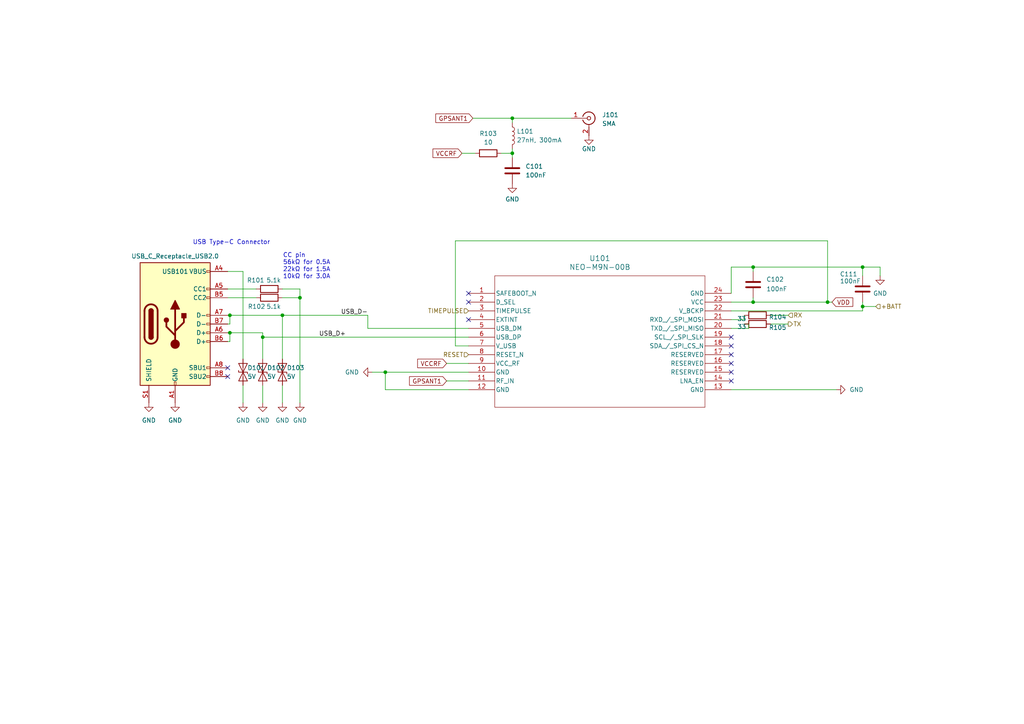
<source format=kicad_sch>
(kicad_sch
	(version 20231120)
	(generator "eeschema")
	(generator_version "8.0")
	(uuid "5f9b828f-1c2c-4351-867f-3d75ed6b6f5d")
	(paper "A4")
	(lib_symbols
		(symbol "Connector:Conn_Coaxial"
			(pin_names
				(offset 1.016) hide)
			(exclude_from_sim no)
			(in_bom yes)
			(on_board yes)
			(property "Reference" "J"
				(at 0.254 3.048 0)
				(effects
					(font
						(size 1.27 1.27)
					)
				)
			)
			(property "Value" "Conn_Coaxial"
				(at 2.921 0 90)
				(effects
					(font
						(size 1.27 1.27)
					)
				)
			)
			(property "Footprint" ""
				(at 0 0 0)
				(effects
					(font
						(size 1.27 1.27)
					)
					(hide yes)
				)
			)
			(property "Datasheet" " ~"
				(at 0 0 0)
				(effects
					(font
						(size 1.27 1.27)
					)
					(hide yes)
				)
			)
			(property "Description" "coaxial connector (BNC, SMA, SMB, SMC, Cinch/RCA, LEMO, ...)"
				(at 0 0 0)
				(effects
					(font
						(size 1.27 1.27)
					)
					(hide yes)
				)
			)
			(property "ki_keywords" "BNC SMA SMB SMC LEMO coaxial connector CINCH RCA"
				(at 0 0 0)
				(effects
					(font
						(size 1.27 1.27)
					)
					(hide yes)
				)
			)
			(property "ki_fp_filters" "*BNC* *SMA* *SMB* *SMC* *Cinch* *LEMO*"
				(at 0 0 0)
				(effects
					(font
						(size 1.27 1.27)
					)
					(hide yes)
				)
			)
			(symbol "Conn_Coaxial_0_1"
				(arc
					(start -1.778 -0.508)
					(mid 0.2311 -1.8066)
					(end 1.778 0)
					(stroke
						(width 0.254)
						(type default)
					)
					(fill
						(type none)
					)
				)
				(polyline
					(pts
						(xy -2.54 0) (xy -0.508 0)
					)
					(stroke
						(width 0)
						(type default)
					)
					(fill
						(type none)
					)
				)
				(polyline
					(pts
						(xy 0 -2.54) (xy 0 -1.778)
					)
					(stroke
						(width 0)
						(type default)
					)
					(fill
						(type none)
					)
				)
				(circle
					(center 0 0)
					(radius 0.508)
					(stroke
						(width 0.2032)
						(type default)
					)
					(fill
						(type none)
					)
				)
				(arc
					(start 1.778 0)
					(mid 0.2099 1.8101)
					(end -1.778 0.508)
					(stroke
						(width 0.254)
						(type default)
					)
					(fill
						(type none)
					)
				)
			)
			(symbol "Conn_Coaxial_1_1"
				(pin passive line
					(at -5.08 0 0)
					(length 2.54)
					(name "In"
						(effects
							(font
								(size 1.27 1.27)
							)
						)
					)
					(number "1"
						(effects
							(font
								(size 1.27 1.27)
							)
						)
					)
				)
				(pin passive line
					(at 0 -5.08 90)
					(length 2.54)
					(name "Ext"
						(effects
							(font
								(size 1.27 1.27)
							)
						)
					)
					(number "2"
						(effects
							(font
								(size 1.27 1.27)
							)
						)
					)
				)
			)
		)
		(symbol "Connector:USB_C_Receptacle_USB2.0"
			(pin_names
				(offset 1.016)
			)
			(exclude_from_sim no)
			(in_bom yes)
			(on_board yes)
			(property "Reference" "J"
				(at -10.16 19.05 0)
				(effects
					(font
						(size 1.27 1.27)
					)
					(justify left)
				)
			)
			(property "Value" "USB_C_Receptacle_USB2.0"
				(at 19.05 19.05 0)
				(effects
					(font
						(size 1.27 1.27)
					)
					(justify right)
				)
			)
			(property "Footprint" ""
				(at 3.81 0 0)
				(effects
					(font
						(size 1.27 1.27)
					)
					(hide yes)
				)
			)
			(property "Datasheet" "https://www.usb.org/sites/default/files/documents/usb_type-c.zip"
				(at 3.81 0 0)
				(effects
					(font
						(size 1.27 1.27)
					)
					(hide yes)
				)
			)
			(property "Description" "USB 2.0-only Type-C Receptacle connector"
				(at 0 0 0)
				(effects
					(font
						(size 1.27 1.27)
					)
					(hide yes)
				)
			)
			(property "ki_keywords" "usb universal serial bus type-C USB2.0"
				(at 0 0 0)
				(effects
					(font
						(size 1.27 1.27)
					)
					(hide yes)
				)
			)
			(property "ki_fp_filters" "USB*C*Receptacle*"
				(at 0 0 0)
				(effects
					(font
						(size 1.27 1.27)
					)
					(hide yes)
				)
			)
			(symbol "USB_C_Receptacle_USB2.0_0_0"
				(rectangle
					(start -0.254 -17.78)
					(end 0.254 -16.764)
					(stroke
						(width 0)
						(type default)
					)
					(fill
						(type none)
					)
				)
				(rectangle
					(start 10.16 -14.986)
					(end 9.144 -15.494)
					(stroke
						(width 0)
						(type default)
					)
					(fill
						(type none)
					)
				)
				(rectangle
					(start 10.16 -12.446)
					(end 9.144 -12.954)
					(stroke
						(width 0)
						(type default)
					)
					(fill
						(type none)
					)
				)
				(rectangle
					(start 10.16 -4.826)
					(end 9.144 -5.334)
					(stroke
						(width 0)
						(type default)
					)
					(fill
						(type none)
					)
				)
				(rectangle
					(start 10.16 -2.286)
					(end 9.144 -2.794)
					(stroke
						(width 0)
						(type default)
					)
					(fill
						(type none)
					)
				)
				(rectangle
					(start 10.16 0.254)
					(end 9.144 -0.254)
					(stroke
						(width 0)
						(type default)
					)
					(fill
						(type none)
					)
				)
				(rectangle
					(start 10.16 2.794)
					(end 9.144 2.286)
					(stroke
						(width 0)
						(type default)
					)
					(fill
						(type none)
					)
				)
				(rectangle
					(start 10.16 7.874)
					(end 9.144 7.366)
					(stroke
						(width 0)
						(type default)
					)
					(fill
						(type none)
					)
				)
				(rectangle
					(start 10.16 10.414)
					(end 9.144 9.906)
					(stroke
						(width 0)
						(type default)
					)
					(fill
						(type none)
					)
				)
				(rectangle
					(start 10.16 15.494)
					(end 9.144 14.986)
					(stroke
						(width 0)
						(type default)
					)
					(fill
						(type none)
					)
				)
			)
			(symbol "USB_C_Receptacle_USB2.0_0_1"
				(rectangle
					(start -10.16 17.78)
					(end 10.16 -17.78)
					(stroke
						(width 0.254)
						(type default)
					)
					(fill
						(type background)
					)
				)
				(arc
					(start -8.89 -3.81)
					(mid -6.985 -5.7067)
					(end -5.08 -3.81)
					(stroke
						(width 0.508)
						(type default)
					)
					(fill
						(type none)
					)
				)
				(arc
					(start -7.62 -3.81)
					(mid -6.985 -4.4423)
					(end -6.35 -3.81)
					(stroke
						(width 0.254)
						(type default)
					)
					(fill
						(type none)
					)
				)
				(arc
					(start -7.62 -3.81)
					(mid -6.985 -4.4423)
					(end -6.35 -3.81)
					(stroke
						(width 0.254)
						(type default)
					)
					(fill
						(type outline)
					)
				)
				(rectangle
					(start -7.62 -3.81)
					(end -6.35 3.81)
					(stroke
						(width 0.254)
						(type default)
					)
					(fill
						(type outline)
					)
				)
				(arc
					(start -6.35 3.81)
					(mid -6.985 4.4423)
					(end -7.62 3.81)
					(stroke
						(width 0.254)
						(type default)
					)
					(fill
						(type none)
					)
				)
				(arc
					(start -6.35 3.81)
					(mid -6.985 4.4423)
					(end -7.62 3.81)
					(stroke
						(width 0.254)
						(type default)
					)
					(fill
						(type outline)
					)
				)
				(arc
					(start -5.08 3.81)
					(mid -6.985 5.7067)
					(end -8.89 3.81)
					(stroke
						(width 0.508)
						(type default)
					)
					(fill
						(type none)
					)
				)
				(circle
					(center -2.54 1.143)
					(radius 0.635)
					(stroke
						(width 0.254)
						(type default)
					)
					(fill
						(type outline)
					)
				)
				(circle
					(center 0 -5.842)
					(radius 1.27)
					(stroke
						(width 0)
						(type default)
					)
					(fill
						(type outline)
					)
				)
				(polyline
					(pts
						(xy -8.89 -3.81) (xy -8.89 3.81)
					)
					(stroke
						(width 0.508)
						(type default)
					)
					(fill
						(type none)
					)
				)
				(polyline
					(pts
						(xy -5.08 3.81) (xy -5.08 -3.81)
					)
					(stroke
						(width 0.508)
						(type default)
					)
					(fill
						(type none)
					)
				)
				(polyline
					(pts
						(xy 0 -5.842) (xy 0 4.318)
					)
					(stroke
						(width 0.508)
						(type default)
					)
					(fill
						(type none)
					)
				)
				(polyline
					(pts
						(xy 0 -3.302) (xy -2.54 -0.762) (xy -2.54 0.508)
					)
					(stroke
						(width 0.508)
						(type default)
					)
					(fill
						(type none)
					)
				)
				(polyline
					(pts
						(xy 0 -2.032) (xy 2.54 0.508) (xy 2.54 1.778)
					)
					(stroke
						(width 0.508)
						(type default)
					)
					(fill
						(type none)
					)
				)
				(polyline
					(pts
						(xy -1.27 4.318) (xy 0 6.858) (xy 1.27 4.318) (xy -1.27 4.318)
					)
					(stroke
						(width 0.254)
						(type default)
					)
					(fill
						(type outline)
					)
				)
				(rectangle
					(start 1.905 1.778)
					(end 3.175 3.048)
					(stroke
						(width 0.254)
						(type default)
					)
					(fill
						(type outline)
					)
				)
			)
			(symbol "USB_C_Receptacle_USB2.0_1_1"
				(pin passive line
					(at 0 -22.86 90)
					(length 5.08)
					(name "GND"
						(effects
							(font
								(size 1.27 1.27)
							)
						)
					)
					(number "A1"
						(effects
							(font
								(size 1.27 1.27)
							)
						)
					)
				)
				(pin passive line
					(at 0 -22.86 90)
					(length 5.08) hide
					(name "GND"
						(effects
							(font
								(size 1.27 1.27)
							)
						)
					)
					(number "A12"
						(effects
							(font
								(size 1.27 1.27)
							)
						)
					)
				)
				(pin passive line
					(at 15.24 15.24 180)
					(length 5.08)
					(name "VBUS"
						(effects
							(font
								(size 1.27 1.27)
							)
						)
					)
					(number "A4"
						(effects
							(font
								(size 1.27 1.27)
							)
						)
					)
				)
				(pin bidirectional line
					(at 15.24 10.16 180)
					(length 5.08)
					(name "CC1"
						(effects
							(font
								(size 1.27 1.27)
							)
						)
					)
					(number "A5"
						(effects
							(font
								(size 1.27 1.27)
							)
						)
					)
				)
				(pin bidirectional line
					(at 15.24 -2.54 180)
					(length 5.08)
					(name "D+"
						(effects
							(font
								(size 1.27 1.27)
							)
						)
					)
					(number "A6"
						(effects
							(font
								(size 1.27 1.27)
							)
						)
					)
				)
				(pin bidirectional line
					(at 15.24 2.54 180)
					(length 5.08)
					(name "D-"
						(effects
							(font
								(size 1.27 1.27)
							)
						)
					)
					(number "A7"
						(effects
							(font
								(size 1.27 1.27)
							)
						)
					)
				)
				(pin bidirectional line
					(at 15.24 -12.7 180)
					(length 5.08)
					(name "SBU1"
						(effects
							(font
								(size 1.27 1.27)
							)
						)
					)
					(number "A8"
						(effects
							(font
								(size 1.27 1.27)
							)
						)
					)
				)
				(pin passive line
					(at 15.24 15.24 180)
					(length 5.08) hide
					(name "VBUS"
						(effects
							(font
								(size 1.27 1.27)
							)
						)
					)
					(number "A9"
						(effects
							(font
								(size 1.27 1.27)
							)
						)
					)
				)
				(pin passive line
					(at 0 -22.86 90)
					(length 5.08) hide
					(name "GND"
						(effects
							(font
								(size 1.27 1.27)
							)
						)
					)
					(number "B1"
						(effects
							(font
								(size 1.27 1.27)
							)
						)
					)
				)
				(pin passive line
					(at 0 -22.86 90)
					(length 5.08) hide
					(name "GND"
						(effects
							(font
								(size 1.27 1.27)
							)
						)
					)
					(number "B12"
						(effects
							(font
								(size 1.27 1.27)
							)
						)
					)
				)
				(pin passive line
					(at 15.24 15.24 180)
					(length 5.08) hide
					(name "VBUS"
						(effects
							(font
								(size 1.27 1.27)
							)
						)
					)
					(number "B4"
						(effects
							(font
								(size 1.27 1.27)
							)
						)
					)
				)
				(pin bidirectional line
					(at 15.24 7.62 180)
					(length 5.08)
					(name "CC2"
						(effects
							(font
								(size 1.27 1.27)
							)
						)
					)
					(number "B5"
						(effects
							(font
								(size 1.27 1.27)
							)
						)
					)
				)
				(pin bidirectional line
					(at 15.24 -5.08 180)
					(length 5.08)
					(name "D+"
						(effects
							(font
								(size 1.27 1.27)
							)
						)
					)
					(number "B6"
						(effects
							(font
								(size 1.27 1.27)
							)
						)
					)
				)
				(pin bidirectional line
					(at 15.24 0 180)
					(length 5.08)
					(name "D-"
						(effects
							(font
								(size 1.27 1.27)
							)
						)
					)
					(number "B7"
						(effects
							(font
								(size 1.27 1.27)
							)
						)
					)
				)
				(pin bidirectional line
					(at 15.24 -15.24 180)
					(length 5.08)
					(name "SBU2"
						(effects
							(font
								(size 1.27 1.27)
							)
						)
					)
					(number "B8"
						(effects
							(font
								(size 1.27 1.27)
							)
						)
					)
				)
				(pin passive line
					(at 15.24 15.24 180)
					(length 5.08) hide
					(name "VBUS"
						(effects
							(font
								(size 1.27 1.27)
							)
						)
					)
					(number "B9"
						(effects
							(font
								(size 1.27 1.27)
							)
						)
					)
				)
				(pin passive line
					(at -7.62 -22.86 90)
					(length 5.08)
					(name "SHIELD"
						(effects
							(font
								(size 1.27 1.27)
							)
						)
					)
					(number "S1"
						(effects
							(font
								(size 1.27 1.27)
							)
						)
					)
				)
			)
		)
		(symbol "Device:C"
			(pin_numbers hide)
			(pin_names
				(offset 0.254)
			)
			(exclude_from_sim no)
			(in_bom yes)
			(on_board yes)
			(property "Reference" "C"
				(at 0.635 2.54 0)
				(effects
					(font
						(size 1.27 1.27)
					)
					(justify left)
				)
			)
			(property "Value" "C"
				(at 0.635 -2.54 0)
				(effects
					(font
						(size 1.27 1.27)
					)
					(justify left)
				)
			)
			(property "Footprint" ""
				(at 0.9652 -3.81 0)
				(effects
					(font
						(size 1.27 1.27)
					)
					(hide yes)
				)
			)
			(property "Datasheet" "~"
				(at 0 0 0)
				(effects
					(font
						(size 1.27 1.27)
					)
					(hide yes)
				)
			)
			(property "Description" "Unpolarized capacitor"
				(at 0 0 0)
				(effects
					(font
						(size 1.27 1.27)
					)
					(hide yes)
				)
			)
			(property "ki_keywords" "cap capacitor"
				(at 0 0 0)
				(effects
					(font
						(size 1.27 1.27)
					)
					(hide yes)
				)
			)
			(property "ki_fp_filters" "C_*"
				(at 0 0 0)
				(effects
					(font
						(size 1.27 1.27)
					)
					(hide yes)
				)
			)
			(symbol "C_0_1"
				(polyline
					(pts
						(xy -2.032 -0.762) (xy 2.032 -0.762)
					)
					(stroke
						(width 0.508)
						(type default)
					)
					(fill
						(type none)
					)
				)
				(polyline
					(pts
						(xy -2.032 0.762) (xy 2.032 0.762)
					)
					(stroke
						(width 0.508)
						(type default)
					)
					(fill
						(type none)
					)
				)
			)
			(symbol "C_1_1"
				(pin passive line
					(at 0 3.81 270)
					(length 2.794)
					(name "~"
						(effects
							(font
								(size 1.27 1.27)
							)
						)
					)
					(number "1"
						(effects
							(font
								(size 1.27 1.27)
							)
						)
					)
				)
				(pin passive line
					(at 0 -3.81 90)
					(length 2.794)
					(name "~"
						(effects
							(font
								(size 1.27 1.27)
							)
						)
					)
					(number "2"
						(effects
							(font
								(size 1.27 1.27)
							)
						)
					)
				)
			)
		)
		(symbol "Device:L"
			(pin_numbers hide)
			(pin_names
				(offset 1.016) hide)
			(exclude_from_sim no)
			(in_bom yes)
			(on_board yes)
			(property "Reference" "L"
				(at -1.27 0 90)
				(effects
					(font
						(size 1.27 1.27)
					)
				)
			)
			(property "Value" "L"
				(at 1.905 0 90)
				(effects
					(font
						(size 1.27 1.27)
					)
				)
			)
			(property "Footprint" ""
				(at 0 0 0)
				(effects
					(font
						(size 1.27 1.27)
					)
					(hide yes)
				)
			)
			(property "Datasheet" "~"
				(at 0 0 0)
				(effects
					(font
						(size 1.27 1.27)
					)
					(hide yes)
				)
			)
			(property "Description" "Inductor"
				(at 0 0 0)
				(effects
					(font
						(size 1.27 1.27)
					)
					(hide yes)
				)
			)
			(property "ki_keywords" "inductor choke coil reactor magnetic"
				(at 0 0 0)
				(effects
					(font
						(size 1.27 1.27)
					)
					(hide yes)
				)
			)
			(property "ki_fp_filters" "Choke_* *Coil* Inductor_* L_*"
				(at 0 0 0)
				(effects
					(font
						(size 1.27 1.27)
					)
					(hide yes)
				)
			)
			(symbol "L_0_1"
				(arc
					(start 0 -2.54)
					(mid 0.6323 -1.905)
					(end 0 -1.27)
					(stroke
						(width 0)
						(type default)
					)
					(fill
						(type none)
					)
				)
				(arc
					(start 0 -1.27)
					(mid 0.6323 -0.635)
					(end 0 0)
					(stroke
						(width 0)
						(type default)
					)
					(fill
						(type none)
					)
				)
				(arc
					(start 0 0)
					(mid 0.6323 0.635)
					(end 0 1.27)
					(stroke
						(width 0)
						(type default)
					)
					(fill
						(type none)
					)
				)
				(arc
					(start 0 1.27)
					(mid 0.6323 1.905)
					(end 0 2.54)
					(stroke
						(width 0)
						(type default)
					)
					(fill
						(type none)
					)
				)
			)
			(symbol "L_1_1"
				(pin passive line
					(at 0 3.81 270)
					(length 1.27)
					(name "1"
						(effects
							(font
								(size 1.27 1.27)
							)
						)
					)
					(number "1"
						(effects
							(font
								(size 1.27 1.27)
							)
						)
					)
				)
				(pin passive line
					(at 0 -3.81 90)
					(length 1.27)
					(name "2"
						(effects
							(font
								(size 1.27 1.27)
							)
						)
					)
					(number "2"
						(effects
							(font
								(size 1.27 1.27)
							)
						)
					)
				)
			)
		)
		(symbol "Device:R"
			(pin_numbers hide)
			(pin_names
				(offset 0)
			)
			(exclude_from_sim no)
			(in_bom yes)
			(on_board yes)
			(property "Reference" "R"
				(at 2.032 0 90)
				(effects
					(font
						(size 1.27 1.27)
					)
				)
			)
			(property "Value" "R"
				(at 0 0 90)
				(effects
					(font
						(size 1.27 1.27)
					)
				)
			)
			(property "Footprint" ""
				(at -1.778 0 90)
				(effects
					(font
						(size 1.27 1.27)
					)
					(hide yes)
				)
			)
			(property "Datasheet" "~"
				(at 0 0 0)
				(effects
					(font
						(size 1.27 1.27)
					)
					(hide yes)
				)
			)
			(property "Description" "Resistor"
				(at 0 0 0)
				(effects
					(font
						(size 1.27 1.27)
					)
					(hide yes)
				)
			)
			(property "ki_keywords" "R res resistor"
				(at 0 0 0)
				(effects
					(font
						(size 1.27 1.27)
					)
					(hide yes)
				)
			)
			(property "ki_fp_filters" "R_*"
				(at 0 0 0)
				(effects
					(font
						(size 1.27 1.27)
					)
					(hide yes)
				)
			)
			(symbol "R_0_1"
				(rectangle
					(start -1.016 -2.54)
					(end 1.016 2.54)
					(stroke
						(width 0.254)
						(type default)
					)
					(fill
						(type none)
					)
				)
			)
			(symbol "R_1_1"
				(pin passive line
					(at 0 3.81 270)
					(length 1.27)
					(name "~"
						(effects
							(font
								(size 1.27 1.27)
							)
						)
					)
					(number "1"
						(effects
							(font
								(size 1.27 1.27)
							)
						)
					)
				)
				(pin passive line
					(at 0 -3.81 90)
					(length 1.27)
					(name "~"
						(effects
							(font
								(size 1.27 1.27)
							)
						)
					)
					(number "2"
						(effects
							(font
								(size 1.27 1.27)
							)
						)
					)
				)
			)
		)
		(symbol "Diode:ESD9B5.0ST5G"
			(pin_numbers hide)
			(pin_names
				(offset 1.016) hide)
			(exclude_from_sim no)
			(in_bom yes)
			(on_board yes)
			(property "Reference" "D"
				(at 0 2.54 0)
				(effects
					(font
						(size 1.27 1.27)
					)
				)
			)
			(property "Value" "ESD9B5.0ST5G"
				(at 0 -2.54 0)
				(effects
					(font
						(size 1.27 1.27)
					)
				)
			)
			(property "Footprint" "Diode_SMD:D_SOD-923"
				(at 0 0 0)
				(effects
					(font
						(size 1.27 1.27)
					)
					(hide yes)
				)
			)
			(property "Datasheet" "https://www.onsemi.com/pub/Collateral/ESD9B-D.PDF"
				(at 0 0 0)
				(effects
					(font
						(size 1.27 1.27)
					)
					(hide yes)
				)
			)
			(property "Description" "ESD protection diode, 5.0Vrwm, SOD-923"
				(at 0 0 0)
				(effects
					(font
						(size 1.27 1.27)
					)
					(hide yes)
				)
			)
			(property "ki_keywords" "diode TVS ESD"
				(at 0 0 0)
				(effects
					(font
						(size 1.27 1.27)
					)
					(hide yes)
				)
			)
			(property "ki_fp_filters" "D*SOD?923*"
				(at 0 0 0)
				(effects
					(font
						(size 1.27 1.27)
					)
					(hide yes)
				)
			)
			(symbol "ESD9B5.0ST5G_0_1"
				(polyline
					(pts
						(xy 1.27 0) (xy -1.27 0)
					)
					(stroke
						(width 0)
						(type default)
					)
					(fill
						(type none)
					)
				)
				(polyline
					(pts
						(xy -2.54 -1.27) (xy 0 0) (xy -2.54 1.27) (xy -2.54 -1.27)
					)
					(stroke
						(width 0.2032)
						(type default)
					)
					(fill
						(type none)
					)
				)
				(polyline
					(pts
						(xy 0.508 1.27) (xy 0 1.27) (xy 0 -1.27) (xy -0.508 -1.27)
					)
					(stroke
						(width 0.2032)
						(type default)
					)
					(fill
						(type none)
					)
				)
				(polyline
					(pts
						(xy 2.54 1.27) (xy 2.54 -1.27) (xy 0 0) (xy 2.54 1.27)
					)
					(stroke
						(width 0.2032)
						(type default)
					)
					(fill
						(type none)
					)
				)
			)
			(symbol "ESD9B5.0ST5G_1_1"
				(pin passive line
					(at -3.81 0 0)
					(length 2.54)
					(name "A1"
						(effects
							(font
								(size 1.27 1.27)
							)
						)
					)
					(number "1"
						(effects
							(font
								(size 1.27 1.27)
							)
						)
					)
				)
				(pin passive line
					(at 3.81 0 180)
					(length 2.54)
					(name "A2"
						(effects
							(font
								(size 1.27 1.27)
							)
						)
					)
					(number "2"
						(effects
							(font
								(size 1.27 1.27)
							)
						)
					)
				)
			)
		)
		(symbol "GND_1"
			(power)
			(pin_numbers hide)
			(pin_names
				(offset 0) hide)
			(exclude_from_sim no)
			(in_bom yes)
			(on_board yes)
			(property "Reference" "#PWR"
				(at 0 -6.35 0)
				(effects
					(font
						(size 1.27 1.27)
					)
					(hide yes)
				)
			)
			(property "Value" "GND"
				(at 0 -3.81 0)
				(effects
					(font
						(size 1.27 1.27)
					)
				)
			)
			(property "Footprint" ""
				(at 0 0 0)
				(effects
					(font
						(size 1.27 1.27)
					)
					(hide yes)
				)
			)
			(property "Datasheet" ""
				(at 0 0 0)
				(effects
					(font
						(size 1.27 1.27)
					)
					(hide yes)
				)
			)
			(property "Description" "Power symbol creates a global label with name \"GND\" , ground"
				(at 0 0 0)
				(effects
					(font
						(size 1.27 1.27)
					)
					(hide yes)
				)
			)
			(property "ki_keywords" "global power"
				(at 0 0 0)
				(effects
					(font
						(size 1.27 1.27)
					)
					(hide yes)
				)
			)
			(symbol "GND_1_0_1"
				(polyline
					(pts
						(xy 0 0) (xy 0 -1.27) (xy 1.27 -1.27) (xy 0 -2.54) (xy -1.27 -1.27) (xy 0 -1.27)
					)
					(stroke
						(width 0)
						(type default)
					)
					(fill
						(type none)
					)
				)
			)
			(symbol "GND_1_1_1"
				(pin power_in line
					(at 0 0 270)
					(length 0)
					(name "~"
						(effects
							(font
								(size 1.27 1.27)
							)
						)
					)
					(number "1"
						(effects
							(font
								(size 1.27 1.27)
							)
						)
					)
				)
			)
		)
		(symbol "WOBClibrary:NEO-M9N-00B"
			(pin_names
				(offset 0.254)
			)
			(exclude_from_sim no)
			(in_bom yes)
			(on_board yes)
			(property "Reference" "U"
				(at 38.1 10.16 0)
				(effects
					(font
						(size 1.524 1.524)
					)
				)
			)
			(property "Value" "NEO-M9N-00B"
				(at 38.1 7.62 0)
				(effects
					(font
						(size 1.524 1.524)
					)
				)
			)
			(property "Footprint" "SMT_9N-00B_UBL"
				(at 0 0 0)
				(effects
					(font
						(size 1.27 1.27)
						(italic yes)
					)
					(hide yes)
				)
			)
			(property "Datasheet" "NEO-M9N-00B"
				(at 0 0 0)
				(effects
					(font
						(size 1.27 1.27)
						(italic yes)
					)
					(hide yes)
				)
			)
			(property "Description" ""
				(at 0 0 0)
				(effects
					(font
						(size 1.27 1.27)
					)
					(hide yes)
				)
			)
			(property "ki_locked" ""
				(at 0 0 0)
				(effects
					(font
						(size 1.27 1.27)
					)
				)
			)
			(property "ki_keywords" "NEO-M9N-00B"
				(at 0 0 0)
				(effects
					(font
						(size 1.27 1.27)
					)
					(hide yes)
				)
			)
			(property "ki_fp_filters" "SMT_9N-00B_UBL"
				(at 0 0 0)
				(effects
					(font
						(size 1.27 1.27)
					)
					(hide yes)
				)
			)
			(symbol "NEO-M9N-00B_0_1"
				(polyline
					(pts
						(xy 7.62 -33.02) (xy 68.58 -33.02)
					)
					(stroke
						(width 0.127)
						(type default)
					)
					(fill
						(type none)
					)
				)
				(polyline
					(pts
						(xy 7.62 5.08) (xy 7.62 -33.02)
					)
					(stroke
						(width 0.127)
						(type default)
					)
					(fill
						(type none)
					)
				)
				(polyline
					(pts
						(xy 68.58 -33.02) (xy 68.58 5.08)
					)
					(stroke
						(width 0.127)
						(type default)
					)
					(fill
						(type none)
					)
				)
				(polyline
					(pts
						(xy 68.58 5.08) (xy 7.62 5.08)
					)
					(stroke
						(width 0.127)
						(type default)
					)
					(fill
						(type none)
					)
				)
				(pin unspecified line
					(at 0 0 0)
					(length 7.62)
					(name "SAFEBOOT_N"
						(effects
							(font
								(size 1.27 1.27)
							)
						)
					)
					(number "1"
						(effects
							(font
								(size 1.27 1.27)
							)
						)
					)
				)
				(pin power_out line
					(at 0 -22.86 0)
					(length 7.62)
					(name "GND"
						(effects
							(font
								(size 1.27 1.27)
							)
						)
					)
					(number "10"
						(effects
							(font
								(size 1.27 1.27)
							)
						)
					)
				)
				(pin unspecified line
					(at 0 -25.4 0)
					(length 7.62)
					(name "RF_IN"
						(effects
							(font
								(size 1.27 1.27)
							)
						)
					)
					(number "11"
						(effects
							(font
								(size 1.27 1.27)
							)
						)
					)
				)
				(pin power_out line
					(at 0 -27.94 0)
					(length 7.62)
					(name "GND"
						(effects
							(font
								(size 1.27 1.27)
							)
						)
					)
					(number "12"
						(effects
							(font
								(size 1.27 1.27)
							)
						)
					)
				)
				(pin power_out line
					(at 76.2 -27.94 180)
					(length 7.62)
					(name "GND"
						(effects
							(font
								(size 1.27 1.27)
							)
						)
					)
					(number "13"
						(effects
							(font
								(size 1.27 1.27)
							)
						)
					)
				)
				(pin unspecified line
					(at 76.2 -25.4 180)
					(length 7.62)
					(name "LNA_EN"
						(effects
							(font
								(size 1.27 1.27)
							)
						)
					)
					(number "14"
						(effects
							(font
								(size 1.27 1.27)
							)
						)
					)
				)
				(pin unspecified line
					(at 76.2 -22.86 180)
					(length 7.62)
					(name "RESERVED"
						(effects
							(font
								(size 1.27 1.27)
							)
						)
					)
					(number "15"
						(effects
							(font
								(size 1.27 1.27)
							)
						)
					)
				)
				(pin unspecified line
					(at 76.2 -20.32 180)
					(length 7.62)
					(name "RESERVED"
						(effects
							(font
								(size 1.27 1.27)
							)
						)
					)
					(number "16"
						(effects
							(font
								(size 1.27 1.27)
							)
						)
					)
				)
				(pin unspecified line
					(at 76.2 -17.78 180)
					(length 7.62)
					(name "RESERVED"
						(effects
							(font
								(size 1.27 1.27)
							)
						)
					)
					(number "17"
						(effects
							(font
								(size 1.27 1.27)
							)
						)
					)
				)
				(pin unspecified line
					(at 76.2 -15.24 180)
					(length 7.62)
					(name "SDA_/_SPI_CS_N"
						(effects
							(font
								(size 1.27 1.27)
							)
						)
					)
					(number "18"
						(effects
							(font
								(size 1.27 1.27)
							)
						)
					)
				)
				(pin unspecified line
					(at 76.2 -12.7 180)
					(length 7.62)
					(name "SCL_/_SPI_SLK"
						(effects
							(font
								(size 1.27 1.27)
							)
						)
					)
					(number "19"
						(effects
							(font
								(size 1.27 1.27)
							)
						)
					)
				)
				(pin unspecified line
					(at 0 -2.54 0)
					(length 7.62)
					(name "D_SEL"
						(effects
							(font
								(size 1.27 1.27)
							)
						)
					)
					(number "2"
						(effects
							(font
								(size 1.27 1.27)
							)
						)
					)
				)
				(pin unspecified line
					(at 76.2 -10.16 180)
					(length 7.62)
					(name "TXD_/_SPI_MISO"
						(effects
							(font
								(size 1.27 1.27)
							)
						)
					)
					(number "20"
						(effects
							(font
								(size 1.27 1.27)
							)
						)
					)
				)
				(pin unspecified line
					(at 76.2 -7.62 180)
					(length 7.62)
					(name "RXD_/_SPI_MOSI"
						(effects
							(font
								(size 1.27 1.27)
							)
						)
					)
					(number "21"
						(effects
							(font
								(size 1.27 1.27)
							)
						)
					)
				)
				(pin unspecified line
					(at 76.2 -5.08 180)
					(length 7.62)
					(name "V_BCKP"
						(effects
							(font
								(size 1.27 1.27)
							)
						)
					)
					(number "22"
						(effects
							(font
								(size 1.27 1.27)
							)
						)
					)
				)
				(pin power_in line
					(at 76.2 -2.54 180)
					(length 7.62)
					(name "VCC"
						(effects
							(font
								(size 1.27 1.27)
							)
						)
					)
					(number "23"
						(effects
							(font
								(size 1.27 1.27)
							)
						)
					)
				)
				(pin power_out line
					(at 76.2 0 180)
					(length 7.62)
					(name "GND"
						(effects
							(font
								(size 1.27 1.27)
							)
						)
					)
					(number "24"
						(effects
							(font
								(size 1.27 1.27)
							)
						)
					)
				)
				(pin unspecified line
					(at 0 -5.08 0)
					(length 7.62)
					(name "TIMEPULSE"
						(effects
							(font
								(size 1.27 1.27)
							)
						)
					)
					(number "3"
						(effects
							(font
								(size 1.27 1.27)
							)
						)
					)
				)
				(pin unspecified line
					(at 0 -7.62 0)
					(length 7.62)
					(name "EXTINT"
						(effects
							(font
								(size 1.27 1.27)
							)
						)
					)
					(number "4"
						(effects
							(font
								(size 1.27 1.27)
							)
						)
					)
				)
				(pin unspecified line
					(at 0 -10.16 0)
					(length 7.62)
					(name "USB_DM"
						(effects
							(font
								(size 1.27 1.27)
							)
						)
					)
					(number "5"
						(effects
							(font
								(size 1.27 1.27)
							)
						)
					)
				)
				(pin unspecified line
					(at 0 -12.7 0)
					(length 7.62)
					(name "USB_DP"
						(effects
							(font
								(size 1.27 1.27)
							)
						)
					)
					(number "6"
						(effects
							(font
								(size 1.27 1.27)
							)
						)
					)
				)
				(pin unspecified line
					(at 0 -15.24 0)
					(length 7.62)
					(name "V_USB"
						(effects
							(font
								(size 1.27 1.27)
							)
						)
					)
					(number "7"
						(effects
							(font
								(size 1.27 1.27)
							)
						)
					)
				)
				(pin unspecified line
					(at 0 -17.78 0)
					(length 7.62)
					(name "RESET_N"
						(effects
							(font
								(size 1.27 1.27)
							)
						)
					)
					(number "8"
						(effects
							(font
								(size 1.27 1.27)
							)
						)
					)
				)
				(pin power_in line
					(at 0 -20.32 0)
					(length 7.62)
					(name "VCC_RF"
						(effects
							(font
								(size 1.27 1.27)
							)
						)
					)
					(number "9"
						(effects
							(font
								(size 1.27 1.27)
							)
						)
					)
				)
			)
		)
		(symbol "power:GND"
			(power)
			(pin_names
				(offset 0)
			)
			(exclude_from_sim no)
			(in_bom yes)
			(on_board yes)
			(property "Reference" "#PWR"
				(at 0 -6.35 0)
				(effects
					(font
						(size 1.27 1.27)
					)
					(hide yes)
				)
			)
			(property "Value" "GND"
				(at 0 -3.81 0)
				(effects
					(font
						(size 1.27 1.27)
					)
				)
			)
			(property "Footprint" ""
				(at 0 0 0)
				(effects
					(font
						(size 1.27 1.27)
					)
					(hide yes)
				)
			)
			(property "Datasheet" ""
				(at 0 0 0)
				(effects
					(font
						(size 1.27 1.27)
					)
					(hide yes)
				)
			)
			(property "Description" "Power symbol creates a global label with name \"GND\" , ground"
				(at 0 0 0)
				(effects
					(font
						(size 1.27 1.27)
					)
					(hide yes)
				)
			)
			(property "ki_keywords" "global power"
				(at 0 0 0)
				(effects
					(font
						(size 1.27 1.27)
					)
					(hide yes)
				)
			)
			(symbol "GND_0_1"
				(polyline
					(pts
						(xy 0 0) (xy 0 -1.27) (xy 1.27 -1.27) (xy 0 -2.54) (xy -1.27 -1.27) (xy 0 -1.27)
					)
					(stroke
						(width 0)
						(type default)
					)
					(fill
						(type none)
					)
				)
			)
			(symbol "GND_1_1"
				(pin power_in line
					(at 0 0 270)
					(length 0) hide
					(name "GND"
						(effects
							(font
								(size 1.27 1.27)
							)
						)
					)
					(number "1"
						(effects
							(font
								(size 1.27 1.27)
							)
						)
					)
				)
			)
		)
	)
	(junction
		(at 111.76 107.95)
		(diameter 0)
		(color 0 0 0 0)
		(uuid "16376db0-0e90-4a02-ac6d-dd973cabf47b")
	)
	(junction
		(at 86.995 86.36)
		(diameter 0)
		(color 0 0 0 0)
		(uuid "170f4480-ff16-4886-8e60-2c037afe5e21")
	)
	(junction
		(at 81.915 91.44)
		(diameter 0)
		(color 0 0 0 0)
		(uuid "1c8c75d0-5d9e-462b-aa92-5b9e660fc4d5")
	)
	(junction
		(at 218.44 77.47)
		(diameter 0)
		(color 0 0 0 0)
		(uuid "1cce97d0-9ee9-4229-b203-38407832ca41")
	)
	(junction
		(at 250.19 88.9)
		(diameter 0)
		(color 0 0 0 0)
		(uuid "22cdffff-eff7-4006-a5b7-4e5908dda934")
	)
	(junction
		(at 250.19 77.47)
		(diameter 0)
		(color 0 0 0 0)
		(uuid "2f046830-1391-4ebb-b924-ba197864e5f4")
	)
	(junction
		(at 76.2 97.79)
		(diameter 0)
		(color 0 0 0 0)
		(uuid "7616b1ac-665c-455b-ba6f-4d0fa1acfc7e")
	)
	(junction
		(at 240.03 87.63)
		(diameter 0)
		(color 0 0 0 0)
		(uuid "9bf812da-158b-4d6f-ae75-402302b35b20")
	)
	(junction
		(at 218.44 87.63)
		(diameter 0)
		(color 0 0 0 0)
		(uuid "c0b74afc-7c25-4c03-ac58-ba54f22347aa")
	)
	(junction
		(at 66.675 96.52)
		(diameter 0)
		(color 0 0 0 0)
		(uuid "d54e37f3-a0d0-4a35-bcf4-b3ffffc11b08")
	)
	(junction
		(at 148.59 34.29)
		(diameter 0)
		(color 0 0 0 0)
		(uuid "dac1c661-3051-4313-b9df-a70da3528a17")
	)
	(junction
		(at 66.675 91.44)
		(diameter 0)
		(color 0 0 0 0)
		(uuid "de696707-fab9-418b-933b-413d11d559be")
	)
	(junction
		(at 148.59 44.45)
		(diameter 0)
		(color 0 0 0 0)
		(uuid "e2f5b4a3-fe16-4280-9a43-e57af9446336")
	)
	(no_connect
		(at 66.04 109.22)
		(uuid "01d985e0-521e-4882-8bbd-54d6871cea7c")
	)
	(no_connect
		(at 212.09 100.33)
		(uuid "02b7512a-e62e-4ec6-967a-40f24f44b2a3")
	)
	(no_connect
		(at 66.04 106.68)
		(uuid "1b0eeee8-399a-4cf6-9b8b-87fdd988abe6")
	)
	(no_connect
		(at 212.09 105.41)
		(uuid "28336fcb-86ad-4476-9ce9-e32bcc805b7f")
	)
	(no_connect
		(at 212.09 110.49)
		(uuid "2d1b23f1-7df2-47c7-86c3-499060c381af")
	)
	(no_connect
		(at 212.09 97.79)
		(uuid "4e3d2946-198a-477c-9163-ba8a156f3438")
	)
	(no_connect
		(at 135.89 85.09)
		(uuid "6098d9ed-da4b-4b6b-ba38-aad90861a147")
	)
	(no_connect
		(at 135.89 92.71)
		(uuid "8b16b278-85a2-4445-ba5a-e23ae15db689")
	)
	(no_connect
		(at 135.89 87.63)
		(uuid "c4d89a28-de48-4ef1-9bdb-87c27861fbc6")
	)
	(no_connect
		(at 212.09 107.95)
		(uuid "d7b7ee1a-f542-4766-a2d9-01f066370483")
	)
	(no_connect
		(at 212.09 102.87)
		(uuid "de82b743-420a-4e13-9067-b30dc56b3682")
	)
	(wire
		(pts
			(xy 76.2 97.79) (xy 76.2 104.14)
		)
		(stroke
			(width 0)
			(type default)
		)
		(uuid "0740d6fb-3e95-4eb1-abfa-232e0b07771e")
	)
	(wire
		(pts
			(xy 66.04 91.44) (xy 66.675 91.44)
		)
		(stroke
			(width 0)
			(type default)
		)
		(uuid "0a061f45-da53-492f-8ae6-426a94d250f3")
	)
	(wire
		(pts
			(xy 76.2 96.52) (xy 66.675 96.52)
		)
		(stroke
			(width 0)
			(type default)
		)
		(uuid "16f984e0-8047-4e63-8cb8-9b8c051a3c3d")
	)
	(wire
		(pts
			(xy 66.675 99.06) (xy 66.675 96.52)
		)
		(stroke
			(width 0)
			(type default)
		)
		(uuid "2129787f-c9d5-4af5-89c6-fa6aaf7073c2")
	)
	(wire
		(pts
			(xy 212.09 87.63) (xy 218.44 87.63)
		)
		(stroke
			(width 0)
			(type default)
		)
		(uuid "21d6580d-cee9-4f83-96ae-5dc6012624ee")
	)
	(wire
		(pts
			(xy 86.995 83.82) (xy 86.995 86.36)
		)
		(stroke
			(width 0)
			(type default)
		)
		(uuid "2736bbf8-d724-4af4-8356-1b7b9ce3195d")
	)
	(wire
		(pts
			(xy 129.54 105.41) (xy 135.89 105.41)
		)
		(stroke
			(width 0)
			(type default)
		)
		(uuid "28f8a08a-9935-428a-90e3-6dc505c501fa")
	)
	(wire
		(pts
			(xy 215.9 92.71) (xy 215.9 91.44)
		)
		(stroke
			(width 0)
			(type default)
		)
		(uuid "2b63411e-869e-49fa-987b-35a54c39bcbb")
	)
	(wire
		(pts
			(xy 218.44 87.63) (xy 218.44 86.36)
		)
		(stroke
			(width 0)
			(type default)
		)
		(uuid "37ca978e-d2a6-4fda-bfa9-39a564316cce")
	)
	(wire
		(pts
			(xy 74.295 83.82) (xy 66.04 83.82)
		)
		(stroke
			(width 0)
			(type default)
		)
		(uuid "38a8d1e4-31d8-4b63-b6bf-312adff81067")
	)
	(wire
		(pts
			(xy 212.09 95.25) (xy 217.17 95.25)
		)
		(stroke
			(width 0)
			(type default)
		)
		(uuid "38d8aca9-2fc9-4015-b311-1b87d014f9bf")
	)
	(wire
		(pts
			(xy 106.68 95.25) (xy 106.68 91.44)
		)
		(stroke
			(width 0)
			(type default)
		)
		(uuid "39a6bcf7-7c72-4faf-842f-98d2e4ef71d4")
	)
	(wire
		(pts
			(xy 81.915 116.84) (xy 81.915 111.76)
		)
		(stroke
			(width 0)
			(type default)
		)
		(uuid "3a95049f-ed70-4fd2-aedd-17877684bfa9")
	)
	(wire
		(pts
			(xy 135.89 100.33) (xy 132.08 100.33)
		)
		(stroke
			(width 0)
			(type default)
		)
		(uuid "4289bbf4-dcae-4e9b-939e-101459e49579")
	)
	(wire
		(pts
			(xy 81.915 91.44) (xy 106.68 91.44)
		)
		(stroke
			(width 0)
			(type default)
		)
		(uuid "4e0f11fe-b766-4086-a0c4-5e6e0087944c")
	)
	(wire
		(pts
			(xy 250.19 77.47) (xy 250.19 80.01)
		)
		(stroke
			(width 0)
			(type default)
		)
		(uuid "508f3882-fec6-4355-bce2-fd0d54edb515")
	)
	(wire
		(pts
			(xy 218.44 77.47) (xy 218.44 78.74)
		)
		(stroke
			(width 0)
			(type default)
		)
		(uuid "568e980d-36b3-4375-91cb-a0d2cfddc0d1")
	)
	(wire
		(pts
			(xy 129.54 110.49) (xy 135.89 110.49)
		)
		(stroke
			(width 0)
			(type default)
		)
		(uuid "5a479580-1b0d-426c-92f3-6d943ab95bb7")
	)
	(wire
		(pts
			(xy 145.415 44.45) (xy 148.59 44.45)
		)
		(stroke
			(width 0)
			(type default)
		)
		(uuid "5e0bd832-f43a-4d5c-9992-38c5898244cc")
	)
	(wire
		(pts
			(xy 212.09 77.47) (xy 218.44 77.47)
		)
		(stroke
			(width 0)
			(type default)
		)
		(uuid "637bea80-3117-4213-9749-cc38391f2ea8")
	)
	(wire
		(pts
			(xy 137.16 34.29) (xy 148.59 34.29)
		)
		(stroke
			(width 0)
			(type default)
		)
		(uuid "6994e283-927e-46c0-8e8e-c1bfd4b9023a")
	)
	(wire
		(pts
			(xy 212.09 113.03) (xy 242.57 113.03)
		)
		(stroke
			(width 0)
			(type default)
		)
		(uuid "726c4744-06e1-44c8-afaa-8c0c04ef1f59")
	)
	(wire
		(pts
			(xy 76.2 116.84) (xy 76.2 111.76)
		)
		(stroke
			(width 0)
			(type default)
		)
		(uuid "7560fda7-4687-4ea9-8095-1ce0c4c146c6")
	)
	(wire
		(pts
			(xy 250.19 87.63) (xy 250.19 88.9)
		)
		(stroke
			(width 0)
			(type default)
		)
		(uuid "797d474f-c7d6-413c-a72c-0f9025b7485d")
	)
	(wire
		(pts
			(xy 132.08 100.33) (xy 132.08 69.85)
		)
		(stroke
			(width 0)
			(type default)
		)
		(uuid "81b4885c-8272-4209-bf73-24940235a2eb")
	)
	(wire
		(pts
			(xy 107.95 107.95) (xy 111.76 107.95)
		)
		(stroke
			(width 0)
			(type default)
		)
		(uuid "8758e9b7-c3a0-4e43-8027-099f56c97932")
	)
	(wire
		(pts
			(xy 148.59 34.29) (xy 148.59 35.56)
		)
		(stroke
			(width 0)
			(type default)
		)
		(uuid "8d7d61b4-1587-4946-a98e-2aab70ced8d1")
	)
	(wire
		(pts
			(xy 66.04 99.06) (xy 66.675 99.06)
		)
		(stroke
			(width 0)
			(type default)
		)
		(uuid "905ca6c9-9311-48d7-b329-15a8b482617b")
	)
	(wire
		(pts
			(xy 70.485 78.74) (xy 66.04 78.74)
		)
		(stroke
			(width 0)
			(type default)
		)
		(uuid "9106e359-8eac-4c3e-8c29-839e89ff341a")
	)
	(wire
		(pts
			(xy 148.59 34.29) (xy 165.735 34.29)
		)
		(stroke
			(width 0)
			(type default)
		)
		(uuid "94a51c30-b2a4-4778-a41e-5783557f4ad7")
	)
	(wire
		(pts
			(xy 81.915 91.44) (xy 81.915 104.14)
		)
		(stroke
			(width 0)
			(type default)
		)
		(uuid "94ade985-1f76-40c0-912d-47f80667a220")
	)
	(wire
		(pts
			(xy 240.03 69.85) (xy 240.03 87.63)
		)
		(stroke
			(width 0)
			(type default)
		)
		(uuid "960f7d31-68ba-4be5-8910-c7e24430fd14")
	)
	(wire
		(pts
			(xy 81.915 83.82) (xy 86.995 83.82)
		)
		(stroke
			(width 0)
			(type default)
		)
		(uuid "985b0c6e-66dc-48ef-b3c8-b2e5830974df")
	)
	(wire
		(pts
			(xy 240.03 87.63) (xy 241.3 87.63)
		)
		(stroke
			(width 0)
			(type default)
		)
		(uuid "9b5f092c-c335-45d2-bffb-09b71aac6087")
	)
	(wire
		(pts
			(xy 137.795 44.45) (xy 133.985 44.45)
		)
		(stroke
			(width 0)
			(type default)
		)
		(uuid "a75c4449-d705-4416-8673-f3ce2fe444c9")
	)
	(wire
		(pts
			(xy 255.27 80.01) (xy 255.27 77.47)
		)
		(stroke
			(width 0)
			(type default)
		)
		(uuid "a9029e58-3fe1-4922-8cd3-9ff61eb274e6")
	)
	(wire
		(pts
			(xy 223.52 93.98) (xy 228.6 93.98)
		)
		(stroke
			(width 0)
			(type default)
		)
		(uuid "a9fa6c57-6adc-4333-90ec-ba611abc1e86")
	)
	(wire
		(pts
			(xy 148.59 44.45) (xy 148.59 45.72)
		)
		(stroke
			(width 0)
			(type default)
		)
		(uuid "ab4f0b60-68cb-42a2-b905-17b3b08af045")
	)
	(wire
		(pts
			(xy 66.675 93.98) (xy 66.675 91.44)
		)
		(stroke
			(width 0)
			(type default)
		)
		(uuid "b22c1020-22de-425d-bff9-b05b70b90d28")
	)
	(wire
		(pts
			(xy 135.89 95.25) (xy 106.68 95.25)
		)
		(stroke
			(width 0)
			(type default)
		)
		(uuid "b443834e-0b4e-447e-a155-b2f2abbd8411")
	)
	(wire
		(pts
			(xy 66.04 93.98) (xy 66.675 93.98)
		)
		(stroke
			(width 0)
			(type default)
		)
		(uuid "b5c873d9-7313-4360-8189-de6c3543e90a")
	)
	(wire
		(pts
			(xy 66.675 91.44) (xy 81.915 91.44)
		)
		(stroke
			(width 0)
			(type default)
		)
		(uuid "be1b4ddd-746a-46e9-9a0c-3ea16137dac6")
	)
	(wire
		(pts
			(xy 212.09 92.71) (xy 215.9 92.71)
		)
		(stroke
			(width 0)
			(type default)
		)
		(uuid "be7a870a-efe8-4e44-8505-093fab42fc1e")
	)
	(wire
		(pts
			(xy 111.76 113.03) (xy 111.76 107.95)
		)
		(stroke
			(width 0)
			(type default)
		)
		(uuid "bf96d0f4-e46d-476f-8cab-34f2e3acfc73")
	)
	(wire
		(pts
			(xy 86.995 86.36) (xy 86.995 116.84)
		)
		(stroke
			(width 0)
			(type default)
		)
		(uuid "c00699af-0d2e-4ed2-9da4-c827d964bfad")
	)
	(wire
		(pts
			(xy 212.09 77.47) (xy 212.09 85.09)
		)
		(stroke
			(width 0)
			(type default)
		)
		(uuid "c429f091-e5a0-4313-b240-b9e6b6880685")
	)
	(wire
		(pts
			(xy 111.76 107.95) (xy 135.89 107.95)
		)
		(stroke
			(width 0)
			(type default)
		)
		(uuid "c54ba82f-0993-460a-b4da-93bc63b7b88c")
	)
	(wire
		(pts
			(xy 218.44 87.63) (xy 240.03 87.63)
		)
		(stroke
			(width 0)
			(type default)
		)
		(uuid "c6840bad-30ba-4350-bee2-f7bfa4cc03c5")
	)
	(wire
		(pts
			(xy 66.675 96.52) (xy 66.04 96.52)
		)
		(stroke
			(width 0)
			(type default)
		)
		(uuid "cba5f5fe-cc0b-4f49-9ffd-38c29c66c2ef")
	)
	(wire
		(pts
			(xy 250.19 77.47) (xy 255.27 77.47)
		)
		(stroke
			(width 0)
			(type default)
		)
		(uuid "cdec5c7e-f3d0-436e-b921-1f63e1a48f58")
	)
	(wire
		(pts
			(xy 70.485 116.84) (xy 70.485 111.76)
		)
		(stroke
			(width 0)
			(type default)
		)
		(uuid "d45200de-16c5-4a60-90a6-ef2affef24d5")
	)
	(wire
		(pts
			(xy 250.19 90.17) (xy 250.19 88.9)
		)
		(stroke
			(width 0)
			(type default)
		)
		(uuid "d530143f-cfa1-492f-8ffe-a7e27f8c1ec2")
	)
	(wire
		(pts
			(xy 74.295 86.36) (xy 66.04 86.36)
		)
		(stroke
			(width 0)
			(type default)
		)
		(uuid "d7b2f96b-1a2b-4c4e-8179-3b5f56164a7a")
	)
	(wire
		(pts
			(xy 132.08 69.85) (xy 240.03 69.85)
		)
		(stroke
			(width 0)
			(type default)
		)
		(uuid "dbbbec99-a096-489d-a8aa-87cf1d048197")
	)
	(wire
		(pts
			(xy 81.915 86.36) (xy 86.995 86.36)
		)
		(stroke
			(width 0)
			(type default)
		)
		(uuid "e0a82c71-8c82-4a31-9d29-2a81f3a10b43")
	)
	(wire
		(pts
			(xy 76.2 97.79) (xy 135.89 97.79)
		)
		(stroke
			(width 0)
			(type default)
		)
		(uuid "e27c6ae3-7f4d-432c-9353-1a2255d3a0b2")
	)
	(wire
		(pts
			(xy 70.485 78.74) (xy 70.485 104.14)
		)
		(stroke
			(width 0)
			(type default)
		)
		(uuid "e29b45db-1114-4793-95cc-cbde49285ef1")
	)
	(wire
		(pts
			(xy 250.19 88.9) (xy 254 88.9)
		)
		(stroke
			(width 0)
			(type default)
		)
		(uuid "e2ed5552-8390-4ada-84a6-890cf1084df3")
	)
	(wire
		(pts
			(xy 148.59 44.45) (xy 148.59 43.18)
		)
		(stroke
			(width 0)
			(type default)
		)
		(uuid "e4730738-6c21-432b-819b-a4340b99514e")
	)
	(wire
		(pts
			(xy 218.44 77.47) (xy 250.19 77.47)
		)
		(stroke
			(width 0)
			(type default)
		)
		(uuid "eebb1e67-94c3-4370-974d-307f519e4434")
	)
	(wire
		(pts
			(xy 217.17 93.98) (xy 215.9 93.98)
		)
		(stroke
			(width 0)
			(type default)
		)
		(uuid "f5e5fe5f-58b8-4fd2-a8e2-afb2ae734cbc")
	)
	(wire
		(pts
			(xy 135.89 113.03) (xy 111.76 113.03)
		)
		(stroke
			(width 0)
			(type default)
		)
		(uuid "f60d5adb-fb39-4c34-9350-254edbd6fcf2")
	)
	(wire
		(pts
			(xy 223.52 91.44) (xy 228.6 91.44)
		)
		(stroke
			(width 0)
			(type default)
		)
		(uuid "f658bc68-adba-4807-a56d-9af5b0f9b4da")
	)
	(wire
		(pts
			(xy 76.2 96.52) (xy 76.2 97.79)
		)
		(stroke
			(width 0)
			(type default)
		)
		(uuid "f69dabe0-5cb1-46ed-bb22-1809f82fd70f")
	)
	(wire
		(pts
			(xy 217.17 95.25) (xy 217.17 93.98)
		)
		(stroke
			(width 0)
			(type default)
		)
		(uuid "f8616fc5-4866-4b07-a6e8-ba21d87354d3")
	)
	(wire
		(pts
			(xy 212.09 90.17) (xy 250.19 90.17)
		)
		(stroke
			(width 0)
			(type default)
		)
		(uuid "fc0320aa-ac3d-4844-8f42-5c62e581b661")
	)
	(text "CC pin\n56kΩ for 0.5A\n22kΩ for 1.5A\n10kΩ for 3.0A"
		(exclude_from_sim no)
		(at 82.042 81.026 0)
		(effects
			(font
				(size 1.27 1.27)
			)
			(justify left bottom)
		)
		(uuid "80cdc8f5-958e-40ce-92fa-1fa16b2ab4a5")
	)
	(text "USB Type-C Connector"
		(exclude_from_sim no)
		(at 55.88 71.12 0)
		(effects
			(font
				(size 1.27 1.27)
			)
			(justify left bottom)
		)
		(uuid "c2e5cd08-ecee-48ce-980d-ea9727c2dcd3")
	)
	(label "USB_D+"
		(at 100.33 97.79 180)
		(fields_autoplaced yes)
		(effects
			(font
				(size 1.27 1.27)
			)
			(justify right bottom)
		)
		(uuid "dd7dbeca-6a3a-440d-86b6-fe3f64aa63eb")
	)
	(label "USB_D-"
		(at 106.68 91.44 180)
		(fields_autoplaced yes)
		(effects
			(font
				(size 1.27 1.27)
			)
			(justify right bottom)
		)
		(uuid "e0359dc5-795f-4fae-ab26-2ad7a2db3054")
	)
	(global_label "VDD"
		(shape input)
		(at 241.3 87.63 0)
		(fields_autoplaced yes)
		(effects
			(font
				(size 1.27 1.27)
			)
			(justify left)
		)
		(uuid "285970c7-1af0-4aac-9fd3-584161007cda")
		(property "Intersheetrefs" "${INTERSHEET_REFS}"
			(at 247.9138 87.63 0)
			(effects
				(font
					(size 1.27 1.27)
				)
				(justify left)
				(hide yes)
			)
		)
	)
	(global_label "GPSANT1"
		(shape input)
		(at 137.16 34.29 180)
		(fields_autoplaced yes)
		(effects
			(font
				(size 1.27 1.27)
			)
			(justify right)
		)
		(uuid "48cc62d3-f406-4be5-a046-a77f121b4e4c")
		(property "Intersheetrefs" "${INTERSHEET_REFS}"
			(at 125.8291 34.29 0)
			(effects
				(font
					(size 1.27 1.27)
				)
				(justify right)
				(hide yes)
			)
		)
	)
	(global_label "VCCRF"
		(shape input)
		(at 129.54 105.41 180)
		(fields_autoplaced yes)
		(effects
			(font
				(size 1.27 1.27)
			)
			(justify right)
		)
		(uuid "687cb136-d75a-4294-870f-79bd1c269a6d")
		(property "Intersheetrefs" "${INTERSHEET_REFS}"
			(at 120.5676 105.41 0)
			(effects
				(font
					(size 1.27 1.27)
				)
				(justify right)
				(hide yes)
			)
		)
	)
	(global_label "GPSANT1"
		(shape input)
		(at 129.54 110.49 180)
		(fields_autoplaced yes)
		(effects
			(font
				(size 1.27 1.27)
			)
			(justify right)
		)
		(uuid "b2c49b5d-9467-4cf7-899b-b1da676a1f63")
		(property "Intersheetrefs" "${INTERSHEET_REFS}"
			(at 118.2091 110.49 0)
			(effects
				(font
					(size 1.27 1.27)
				)
				(justify right)
				(hide yes)
			)
		)
	)
	(global_label "VCCRF"
		(shape input)
		(at 133.985 44.45 180)
		(fields_autoplaced yes)
		(effects
			(font
				(size 1.27 1.27)
			)
			(justify right)
		)
		(uuid "cef35697-4c43-46e4-a85f-43c07045cf2b")
		(property "Intersheetrefs" "${INTERSHEET_REFS}"
			(at 125.0126 44.45 0)
			(effects
				(font
					(size 1.27 1.27)
				)
				(justify right)
				(hide yes)
			)
		)
	)
	(hierarchical_label "+BATT"
		(shape input)
		(at 254 88.9 0)
		(fields_autoplaced yes)
		(effects
			(font
				(size 1.27 1.27)
			)
			(justify left)
		)
		(uuid "1f118f22-d4fb-4f84-aa67-f6f8000681ec")
	)
	(hierarchical_label "TIMEPULSE"
		(shape input)
		(at 135.89 90.17 180)
		(fields_autoplaced yes)
		(effects
			(font
				(size 1.27 1.27)
			)
			(justify right)
		)
		(uuid "3db19cfb-4a1c-4c9a-be3b-e59d423fc57e")
	)
	(hierarchical_label "TX"
		(shape output)
		(at 228.6 93.98 0)
		(fields_autoplaced yes)
		(effects
			(font
				(size 1.27 1.27)
			)
			(justify left)
		)
		(uuid "59efcb27-4346-4134-a8be-0be3770847e9")
	)
	(hierarchical_label "RX"
		(shape input)
		(at 228.6 91.44 0)
		(fields_autoplaced yes)
		(effects
			(font
				(size 1.27 1.27)
			)
			(justify left)
		)
		(uuid "8e382e59-e4fe-4319-8c8d-79b97b268bde")
	)
	(hierarchical_label "RESET"
		(shape input)
		(at 135.89 102.87 180)
		(fields_autoplaced yes)
		(effects
			(font
				(size 1.27 1.27)
			)
			(justify right)
		)
		(uuid "aae18dff-6730-4f05-a510-9cac3ec3124b")
	)
	(symbol
		(lib_id "Connector:Conn_Coaxial")
		(at 170.815 34.29 0)
		(unit 1)
		(exclude_from_sim no)
		(in_bom yes)
		(on_board yes)
		(dnp no)
		(fields_autoplaced yes)
		(uuid "09cd4959-bbd1-4c8b-ad91-830373b89417")
		(property "Reference" "J102"
			(at 174.625 33.3132 0)
			(effects
				(font
					(size 1.27 1.27)
				)
				(justify left)
			)
		)
		(property "Value" "SMA"
			(at 174.625 35.8532 0)
			(effects
				(font
					(size 1.27 1.27)
				)
				(justify left)
			)
		)
		(property "Footprint" "Connector_Coaxial:SMA_Amphenol_132203-12_Horizontal"
			(at 170.815 34.29 0)
			(effects
				(font
					(size 1.27 1.27)
				)
				(hide yes)
			)
		)
		(property "Datasheet" "~"
			(at 170.815 34.29 0)
			(effects
				(font
					(size 1.27 1.27)
				)
				(hide yes)
			)
		)
		(property "Description" ""
			(at 170.815 34.29 0)
			(effects
				(font
					(size 1.27 1.27)
				)
				(hide yes)
			)
		)
		(property "LCSC" "C2693813"
			(at 170.815 34.29 0)
			(effects
				(font
					(size 1.27 1.27)
				)
				(hide yes)
			)
		)
		(property "Sim.Device" ""
			(at 170.815 34.29 0)
			(effects
				(font
					(size 1.27 1.27)
				)
				(hide yes)
			)
		)
		(property "Sim.Pins" ""
			(at 170.815 34.29 0)
			(effects
				(font
					(size 1.27 1.27)
				)
				(hide yes)
			)
		)
		(pin "1"
			(uuid "e56baf16-50fe-4434-83a2-7c96a5d9d57d")
		)
		(pin "2"
			(uuid "4257a1f1-59c6-43cc-95af-bad0e30edfe1")
		)
		(instances
			(project "Tracker"
				(path "/485a01ee-6a57-485f-8e4c-0ef4d16d0717/044808ad-7608-410e-b679-04e2fdf81d41"
					(reference "J102")
					(unit 1)
				)
			)
			(project "GPSActive"
				(path "/5f9b828f-1c2c-4351-867f-3d75ed6b6f5d"
					(reference "J101")
					(unit 1)
				)
			)
		)
	)
	(symbol
		(lib_id "power:GND")
		(at 81.915 116.84 0)
		(unit 1)
		(exclude_from_sim no)
		(in_bom yes)
		(on_board yes)
		(dnp no)
		(fields_autoplaced yes)
		(uuid "232ac755-ea9a-4d8c-8133-78fd943d39ad")
		(property "Reference" "#PWR0113"
			(at 81.915 123.19 0)
			(effects
				(font
					(size 1.27 1.27)
				)
				(hide yes)
			)
		)
		(property "Value" "GND"
			(at 81.915 121.92 0)
			(effects
				(font
					(size 1.27 1.27)
				)
			)
		)
		(property "Footprint" ""
			(at 81.915 116.84 0)
			(effects
				(font
					(size 1.27 1.27)
				)
				(hide yes)
			)
		)
		(property "Datasheet" ""
			(at 81.915 116.84 0)
			(effects
				(font
					(size 1.27 1.27)
				)
				(hide yes)
			)
		)
		(property "Description" ""
			(at 81.915 116.84 0)
			(effects
				(font
					(size 1.27 1.27)
				)
				(hide yes)
			)
		)
		(pin "1"
			(uuid "25326681-e73c-421d-9e79-86a6f0feaa83")
		)
		(instances
			(project "Tracker"
				(path "/485a01ee-6a57-485f-8e4c-0ef4d16d0717/044808ad-7608-410e-b679-04e2fdf81d41"
					(reference "#PWR0113")
					(unit 1)
				)
			)
			(project "GPSActive"
				(path "/5f9b828f-1c2c-4351-867f-3d75ed6b6f5d"
					(reference "#PWR0105")
					(unit 1)
				)
			)
		)
	)
	(symbol
		(lib_id "power:GND")
		(at 50.8 116.84 0)
		(unit 1)
		(exclude_from_sim no)
		(in_bom yes)
		(on_board yes)
		(dnp no)
		(fields_autoplaced yes)
		(uuid "25fddb46-e4b5-4ca9-8107-7a7be34ec957")
		(property "Reference" "#PWR0110"
			(at 50.8 123.19 0)
			(effects
				(font
					(size 1.27 1.27)
				)
				(hide yes)
			)
		)
		(property "Value" "GND"
			(at 50.8 121.92 0)
			(effects
				(font
					(size 1.27 1.27)
				)
			)
		)
		(property "Footprint" ""
			(at 50.8 116.84 0)
			(effects
				(font
					(size 1.27 1.27)
				)
				(hide yes)
			)
		)
		(property "Datasheet" ""
			(at 50.8 116.84 0)
			(effects
				(font
					(size 1.27 1.27)
				)
				(hide yes)
			)
		)
		(property "Description" ""
			(at 50.8 116.84 0)
			(effects
				(font
					(size 1.27 1.27)
				)
				(hide yes)
			)
		)
		(pin "1"
			(uuid "5ad0223f-2241-4308-bb6d-8a23e3daaa6e")
		)
		(instances
			(project "Tracker"
				(path "/485a01ee-6a57-485f-8e4c-0ef4d16d0717/044808ad-7608-410e-b679-04e2fdf81d41"
					(reference "#PWR0110")
					(unit 1)
				)
			)
			(project "GPSActive"
				(path "/5f9b828f-1c2c-4351-867f-3d75ed6b6f5d"
					(reference "#PWR0102")
					(unit 1)
				)
			)
		)
	)
	(symbol
		(lib_id "Diode:ESD9B5.0ST5G")
		(at 76.2 107.95 90)
		(unit 1)
		(exclude_from_sim no)
		(in_bom yes)
		(on_board yes)
		(dnp no)
		(uuid "26c031de-b5a5-4bfb-b974-ffdc71dcb70a")
		(property "Reference" "D103"
			(at 77.47 106.68 90)
			(effects
				(font
					(size 1.27 1.27)
				)
				(justify right)
			)
		)
		(property "Value" "5V"
			(at 77.47 109.22 90)
			(effects
				(font
					(size 1.27 1.27)
				)
				(justify right)
			)
		)
		(property "Footprint" "Diode_SMD:D_SOD-882D"
			(at 76.2 107.95 0)
			(effects
				(font
					(size 1.27 1.27)
				)
				(hide yes)
			)
		)
		(property "Datasheet" "https://www.onsemi.com/pub/Collateral/ESD9B-D.PDF"
			(at 76.2 107.95 0)
			(effects
				(font
					(size 1.27 1.27)
				)
				(hide yes)
			)
		)
		(property "Description" ""
			(at 76.2 107.95 0)
			(effects
				(font
					(size 1.27 1.27)
				)
				(hide yes)
			)
		)
		(property "LCSC" "C7420372"
			(at 76.2 107.95 0)
			(effects
				(font
					(size 1.27 1.27)
				)
				(hide yes)
			)
		)
		(property "Sim.Device" ""
			(at 76.2 107.95 0)
			(effects
				(font
					(size 1.27 1.27)
				)
				(hide yes)
			)
		)
		(property "Sim.Pins" ""
			(at 76.2 107.95 0)
			(effects
				(font
					(size 1.27 1.27)
				)
				(hide yes)
			)
		)
		(pin "1"
			(uuid "9156b97d-6270-40d9-8dc1-07c40fb4920e")
		)
		(pin "2"
			(uuid "181995b1-321b-48f4-a114-17d5806a44c8")
		)
		(instances
			(project "Tracker"
				(path "/485a01ee-6a57-485f-8e4c-0ef4d16d0717/044808ad-7608-410e-b679-04e2fdf81d41"
					(reference "D103")
					(unit 1)
				)
			)
			(project "GPSActive"
				(path "/5f9b828f-1c2c-4351-867f-3d75ed6b6f5d"
					(reference "D102")
					(unit 1)
				)
			)
		)
	)
	(symbol
		(lib_id "Device:R")
		(at 141.605 44.45 90)
		(unit 1)
		(exclude_from_sim no)
		(in_bom yes)
		(on_board yes)
		(dnp no)
		(fields_autoplaced yes)
		(uuid "36e9019e-05a4-47ad-b8d9-2e33267efd3c")
		(property "Reference" "R103"
			(at 141.605 38.735 90)
			(effects
				(font
					(size 1.27 1.27)
				)
			)
		)
		(property "Value" "10"
			(at 141.605 41.275 90)
			(effects
				(font
					(size 1.27 1.27)
				)
			)
		)
		(property "Footprint" "Resistor_SMD:R_0402_1005Metric"
			(at 141.605 46.228 90)
			(effects
				(font
					(size 1.27 1.27)
				)
				(hide yes)
			)
		)
		(property "Datasheet" "~"
			(at 141.605 44.45 0)
			(effects
				(font
					(size 1.27 1.27)
				)
				(hide yes)
			)
		)
		(property "Description" ""
			(at 141.605 44.45 0)
			(effects
				(font
					(size 1.27 1.27)
				)
				(hide yes)
			)
		)
		(property "LCSC" "C25077"
			(at 141.605 44.45 0)
			(effects
				(font
					(size 1.27 1.27)
				)
				(hide yes)
			)
		)
		(property "Sim.Device" ""
			(at 141.605 44.45 0)
			(effects
				(font
					(size 1.27 1.27)
				)
				(hide yes)
			)
		)
		(property "Sim.Pins" ""
			(at 141.605 44.45 0)
			(effects
				(font
					(size 1.27 1.27)
				)
				(hide yes)
			)
		)
		(pin "1"
			(uuid "a0bbdb53-6c4d-42ca-aaa5-7a64d45bb48a")
		)
		(pin "2"
			(uuid "3073da53-da03-42c5-b1a9-225b6bd0d8d6")
		)
		(instances
			(project "Tracker"
				(path "/485a01ee-6a57-485f-8e4c-0ef4d16d0717/044808ad-7608-410e-b679-04e2fdf81d41"
					(reference "R103")
					(unit 1)
				)
			)
			(project "GPSActive"
				(path "/5f9b828f-1c2c-4351-867f-3d75ed6b6f5d"
					(reference "R103")
					(unit 1)
				)
			)
		)
	)
	(symbol
		(lib_id "power:GND")
		(at 86.995 116.84 0)
		(unit 1)
		(exclude_from_sim no)
		(in_bom yes)
		(on_board yes)
		(dnp no)
		(fields_autoplaced yes)
		(uuid "397f9650-d208-4d3a-8060-648c0be7854d")
		(property "Reference" "#PWR0114"
			(at 86.995 123.19 0)
			(effects
				(font
					(size 1.27 1.27)
				)
				(hide yes)
			)
		)
		(property "Value" "GND"
			(at 86.995 121.92 0)
			(effects
				(font
					(size 1.27 1.27)
				)
			)
		)
		(property "Footprint" ""
			(at 86.995 116.84 0)
			(effects
				(font
					(size 1.27 1.27)
				)
				(hide yes)
			)
		)
		(property "Datasheet" ""
			(at 86.995 116.84 0)
			(effects
				(font
					(size 1.27 1.27)
				)
				(hide yes)
			)
		)
		(property "Description" ""
			(at 86.995 116.84 0)
			(effects
				(font
					(size 1.27 1.27)
				)
				(hide yes)
			)
		)
		(pin "1"
			(uuid "fe336687-e1e4-4a68-b125-cc49da6b2752")
		)
		(instances
			(project "Tracker"
				(path "/485a01ee-6a57-485f-8e4c-0ef4d16d0717/044808ad-7608-410e-b679-04e2fdf81d41"
					(reference "#PWR0114")
					(unit 1)
				)
			)
			(project "GPSActive"
				(path "/5f9b828f-1c2c-4351-867f-3d75ed6b6f5d"
					(reference "#PWR0106")
					(unit 1)
				)
			)
		)
	)
	(symbol
		(lib_name "GND_1")
		(lib_id "power:GND")
		(at 255.27 80.01 0)
		(unit 1)
		(exclude_from_sim no)
		(in_bom yes)
		(on_board yes)
		(dnp no)
		(fields_autoplaced yes)
		(uuid "398e8f68-f9ab-4c3f-b5bd-1977bc45af34")
		(property "Reference" "#PWR0119"
			(at 255.27 86.36 0)
			(effects
				(font
					(size 1.27 1.27)
				)
				(hide yes)
			)
		)
		(property "Value" "GND"
			(at 255.27 85.09 0)
			(effects
				(font
					(size 1.27 1.27)
				)
			)
		)
		(property "Footprint" ""
			(at 255.27 80.01 0)
			(effects
				(font
					(size 1.27 1.27)
				)
				(hide yes)
			)
		)
		(property "Datasheet" ""
			(at 255.27 80.01 0)
			(effects
				(font
					(size 1.27 1.27)
				)
				(hide yes)
			)
		)
		(property "Description" "Power symbol creates a global label with name \"GND\" , ground"
			(at 255.27 80.01 0)
			(effects
				(font
					(size 1.27 1.27)
				)
				(hide yes)
			)
		)
		(pin "1"
			(uuid "0dea2865-1758-4549-b582-43c25c37e372")
		)
		(instances
			(project "Tracker"
				(path "/485a01ee-6a57-485f-8e4c-0ef4d16d0717/044808ad-7608-410e-b679-04e2fdf81d41"
					(reference "#PWR0119")
					(unit 1)
				)
			)
		)
	)
	(symbol
		(lib_id "power:GND")
		(at 107.95 107.95 270)
		(unit 1)
		(exclude_from_sim no)
		(in_bom yes)
		(on_board yes)
		(dnp no)
		(fields_autoplaced yes)
		(uuid "4582af4d-a5ae-467e-9f43-67cd7faf7f3c")
		(property "Reference" "#PWR0115"
			(at 101.6 107.95 0)
			(effects
				(font
					(size 1.27 1.27)
				)
				(hide yes)
			)
		)
		(property "Value" "GND"
			(at 104.14 107.9499 90)
			(effects
				(font
					(size 1.27 1.27)
				)
				(justify right)
			)
		)
		(property "Footprint" ""
			(at 107.95 107.95 0)
			(effects
				(font
					(size 1.27 1.27)
				)
				(hide yes)
			)
		)
		(property "Datasheet" ""
			(at 107.95 107.95 0)
			(effects
				(font
					(size 1.27 1.27)
				)
				(hide yes)
			)
		)
		(property "Description" ""
			(at 107.95 107.95 0)
			(effects
				(font
					(size 1.27 1.27)
				)
				(hide yes)
			)
		)
		(pin "1"
			(uuid "a41bcd16-0893-4c62-bba2-d037abfd1e6c")
		)
		(instances
			(project "Tracker"
				(path "/485a01ee-6a57-485f-8e4c-0ef4d16d0717/044808ad-7608-410e-b679-04e2fdf81d41"
					(reference "#PWR0115")
					(unit 1)
				)
			)
			(project "GPSActive"
				(path "/5f9b828f-1c2c-4351-867f-3d75ed6b6f5d"
					(reference "#PWR0107")
					(unit 1)
				)
			)
		)
	)
	(symbol
		(lib_id "Device:C")
		(at 148.59 49.53 0)
		(unit 1)
		(exclude_from_sim no)
		(in_bom yes)
		(on_board yes)
		(dnp no)
		(fields_autoplaced yes)
		(uuid "4a7830f6-7a17-4453-9cca-a525aec1247f")
		(property "Reference" "C109"
			(at 152.4 48.26 0)
			(effects
				(font
					(size 1.27 1.27)
				)
				(justify left)
			)
		)
		(property "Value" "100nF"
			(at 152.4 50.8 0)
			(effects
				(font
					(size 1.27 1.27)
				)
				(justify left)
			)
		)
		(property "Footprint" "Capacitor_SMD:C_0402_1005Metric"
			(at 149.5552 53.34 0)
			(effects
				(font
					(size 1.27 1.27)
				)
				(hide yes)
			)
		)
		(property "Datasheet" "~"
			(at 148.59 49.53 0)
			(effects
				(font
					(size 1.27 1.27)
				)
				(hide yes)
			)
		)
		(property "Description" ""
			(at 148.59 49.53 0)
			(effects
				(font
					(size 1.27 1.27)
				)
				(hide yes)
			)
		)
		(property "LCSC" "C1525"
			(at 148.59 49.53 0)
			(effects
				(font
					(size 1.27 1.27)
				)
				(hide yes)
			)
		)
		(property "Sim.Device" ""
			(at 148.59 49.53 0)
			(effects
				(font
					(size 1.27 1.27)
				)
				(hide yes)
			)
		)
		(property "Sim.Pins" ""
			(at 148.59 49.53 0)
			(effects
				(font
					(size 1.27 1.27)
				)
				(hide yes)
			)
		)
		(pin "1"
			(uuid "875a60ce-7468-46c7-95fe-73fdf496f05a")
		)
		(pin "2"
			(uuid "804ca6e0-ff37-48f6-947d-f5110cb45faa")
		)
		(instances
			(project "Tracker"
				(path "/485a01ee-6a57-485f-8e4c-0ef4d16d0717/044808ad-7608-410e-b679-04e2fdf81d41"
					(reference "C109")
					(unit 1)
				)
			)
			(project "GPSActive"
				(path "/5f9b828f-1c2c-4351-867f-3d75ed6b6f5d"
					(reference "C101")
					(unit 1)
				)
			)
		)
	)
	(symbol
		(lib_id "Device:R")
		(at 78.105 86.36 90)
		(unit 1)
		(exclude_from_sim no)
		(in_bom yes)
		(on_board yes)
		(dnp no)
		(uuid "4b86b701-2d1a-497d-9b13-e92e6d65010f")
		(property "Reference" "R102"
			(at 74.422 88.9 90)
			(effects
				(font
					(size 1.27 1.27)
				)
			)
		)
		(property "Value" "5.1k"
			(at 79.375 88.9 90)
			(effects
				(font
					(size 1.27 1.27)
				)
			)
		)
		(property "Footprint" "Resistor_SMD:R_0402_1005Metric"
			(at 78.105 88.138 90)
			(effects
				(font
					(size 1.27 1.27)
				)
				(hide yes)
			)
		)
		(property "Datasheet" "~"
			(at 78.105 86.36 0)
			(effects
				(font
					(size 1.27 1.27)
				)
				(hide yes)
			)
		)
		(property "Description" ""
			(at 78.105 86.36 0)
			(effects
				(font
					(size 1.27 1.27)
				)
				(hide yes)
			)
		)
		(property "LCSC" "C25768"
			(at 78.105 86.36 0)
			(effects
				(font
					(size 1.27 1.27)
				)
				(hide yes)
			)
		)
		(property "Sim.Device" ""
			(at 78.105 86.36 0)
			(effects
				(font
					(size 1.27 1.27)
				)
				(hide yes)
			)
		)
		(property "Sim.Pins" ""
			(at 78.105 86.36 0)
			(effects
				(font
					(size 1.27 1.27)
				)
				(hide yes)
			)
		)
		(pin "1"
			(uuid "a8aecff8-8e82-4049-bd42-6b33f9ed8d93")
		)
		(pin "2"
			(uuid "927f75c9-be81-4f99-91d6-42082a8a2f73")
		)
		(instances
			(project "Tracker"
				(path "/485a01ee-6a57-485f-8e4c-0ef4d16d0717/044808ad-7608-410e-b679-04e2fdf81d41"
					(reference "R102")
					(unit 1)
				)
			)
			(project "GPSActive"
				(path "/5f9b828f-1c2c-4351-867f-3d75ed6b6f5d"
					(reference "R102")
					(unit 1)
				)
			)
		)
	)
	(symbol
		(lib_id "Connector:USB_C_Receptacle_USB2.0")
		(at 50.8 93.98 0)
		(unit 1)
		(exclude_from_sim no)
		(in_bom yes)
		(on_board yes)
		(dnp no)
		(uuid "4f3b35ab-787e-42ea-8d35-11a33f620af7")
		(property "Reference" "USB101"
			(at 50.8 78.74 0)
			(effects
				(font
					(size 1.27 1.27)
				)
			)
		)
		(property "Value" "USB_C_Receptacle_USB2.0"
			(at 50.8 74.295 0)
			(effects
				(font
					(size 1.27 1.27)
				)
			)
		)
		(property "Footprint" "WOBClibrary:USB_C_TYPEC-301S-ACP16X7"
			(at 54.61 93.98 0)
			(effects
				(font
					(size 1.27 1.27)
				)
				(hide yes)
			)
		)
		(property "Datasheet" "https://www.usb.org/sites/default/files/documents/usb_type-c.zip"
			(at 54.61 93.98 0)
			(effects
				(font
					(size 1.27 1.27)
				)
				(hide yes)
			)
		)
		(property "Description" ""
			(at 50.8 93.98 0)
			(effects
				(font
					(size 1.27 1.27)
				)
				(hide yes)
			)
		)
		(property "LCSC" "C2982481"
			(at 50.8 93.98 0)
			(effects
				(font
					(size 1.27 1.27)
				)
				(hide yes)
			)
		)
		(property "Sim.Device" ""
			(at 50.8 93.98 0)
			(effects
				(font
					(size 1.27 1.27)
				)
				(hide yes)
			)
		)
		(property "Sim.Pins" ""
			(at 50.8 93.98 0)
			(effects
				(font
					(size 1.27 1.27)
				)
				(hide yes)
			)
		)
		(pin "A1"
			(uuid "d3244ec2-1076-4651-b97c-313da1640bd5")
		)
		(pin "A12"
			(uuid "afaddc95-2728-4e98-b366-9e0a4ce0139c")
		)
		(pin "A4"
			(uuid "1f3379e2-c558-485b-a510-de4bee2c6f3f")
		)
		(pin "A5"
			(uuid "9677f848-673b-434b-8a76-55947218e926")
		)
		(pin "A6"
			(uuid "3350db73-9a47-4448-9d4c-bd13de2e3c47")
		)
		(pin "A7"
			(uuid "a9473166-0f5a-44a8-a196-6d5d1654120f")
		)
		(pin "A8"
			(uuid "3e292b28-192c-43ee-9f07-cdf44b209da3")
		)
		(pin "A9"
			(uuid "a70bf0ba-5d9f-4d8e-b64f-a84d0fc43a40")
		)
		(pin "B1"
			(uuid "e2c9df32-4129-4826-ad27-db19d9e551fe")
		)
		(pin "B12"
			(uuid "237a3d78-34af-4f20-89e9-0c2e3ba20e0f")
		)
		(pin "B4"
			(uuid "c59e2c86-9e69-42a6-a590-1a0d41fa5f0d")
		)
		(pin "B5"
			(uuid "63ad58d9-b0c4-4c9b-b5bf-0d29d15a6b4c")
		)
		(pin "B6"
			(uuid "e2d2aa8a-d5ab-4a50-a872-f28057a3b636")
		)
		(pin "B7"
			(uuid "77021f70-5828-4dcb-9c16-03bf98135916")
		)
		(pin "B8"
			(uuid "0726c1bb-b143-40da-8338-e9e671bdf127")
		)
		(pin "B9"
			(uuid "5ad47c3f-a07d-4f74-ad92-a36d68f08bcd")
		)
		(pin "S1"
			(uuid "3be6b12b-07f4-4da7-87c4-2faf6585410d")
		)
		(instances
			(project "Tracker"
				(path "/485a01ee-6a57-485f-8e4c-0ef4d16d0717/044808ad-7608-410e-b679-04e2fdf81d41"
					(reference "USB101")
					(unit 1)
				)
			)
			(project "GPSActive"
				(path "/5f9b828f-1c2c-4351-867f-3d75ed6b6f5d"
					(reference "USB101")
					(unit 1)
				)
			)
		)
	)
	(symbol
		(lib_id "power:GND")
		(at 76.2 116.84 0)
		(unit 1)
		(exclude_from_sim no)
		(in_bom yes)
		(on_board yes)
		(dnp no)
		(fields_autoplaced yes)
		(uuid "5371b6e2-27d9-431d-98a3-a02860ea98d3")
		(property "Reference" "#PWR0112"
			(at 76.2 123.19 0)
			(effects
				(font
					(size 1.27 1.27)
				)
				(hide yes)
			)
		)
		(property "Value" "GND"
			(at 76.2 121.92 0)
			(effects
				(font
					(size 1.27 1.27)
				)
			)
		)
		(property "Footprint" ""
			(at 76.2 116.84 0)
			(effects
				(font
					(size 1.27 1.27)
				)
				(hide yes)
			)
		)
		(property "Datasheet" ""
			(at 76.2 116.84 0)
			(effects
				(font
					(size 1.27 1.27)
				)
				(hide yes)
			)
		)
		(property "Description" ""
			(at 76.2 116.84 0)
			(effects
				(font
					(size 1.27 1.27)
				)
				(hide yes)
			)
		)
		(pin "1"
			(uuid "f8790d88-683d-4549-9a2e-982262395ef7")
		)
		(instances
			(project "Tracker"
				(path "/485a01ee-6a57-485f-8e4c-0ef4d16d0717/044808ad-7608-410e-b679-04e2fdf81d41"
					(reference "#PWR0112")
					(unit 1)
				)
			)
			(project "GPSActive"
				(path "/5f9b828f-1c2c-4351-867f-3d75ed6b6f5d"
					(reference "#PWR0104")
					(unit 1)
				)
			)
		)
	)
	(symbol
		(lib_id "power:GND")
		(at 242.57 113.03 90)
		(unit 1)
		(exclude_from_sim no)
		(in_bom yes)
		(on_board yes)
		(dnp no)
		(fields_autoplaced yes)
		(uuid "6ffa7670-b628-40c4-85ba-0630e55fada5")
		(property "Reference" "#PWR0118"
			(at 248.92 113.03 0)
			(effects
				(font
					(size 1.27 1.27)
				)
				(hide yes)
			)
		)
		(property "Value" "GND"
			(at 246.38 113.0299 90)
			(effects
				(font
					(size 1.27 1.27)
				)
				(justify right)
			)
		)
		(property "Footprint" ""
			(at 242.57 113.03 0)
			(effects
				(font
					(size 1.27 1.27)
				)
				(hide yes)
			)
		)
		(property "Datasheet" ""
			(at 242.57 113.03 0)
			(effects
				(font
					(size 1.27 1.27)
				)
				(hide yes)
			)
		)
		(property "Description" ""
			(at 242.57 113.03 0)
			(effects
				(font
					(size 1.27 1.27)
				)
				(hide yes)
			)
		)
		(pin "1"
			(uuid "80aff1fd-4ec3-47ab-a9ad-cd0de4a55e4e")
		)
		(instances
			(project "Tracker"
				(path "/485a01ee-6a57-485f-8e4c-0ef4d16d0717/044808ad-7608-410e-b679-04e2fdf81d41"
					(reference "#PWR0118")
					(unit 1)
				)
			)
			(project "GPSActive"
				(path "/5f9b828f-1c2c-4351-867f-3d75ed6b6f5d"
					(reference "#PWR0111")
					(unit 1)
				)
			)
		)
	)
	(symbol
		(lib_id "power:GND")
		(at 43.18 116.84 0)
		(unit 1)
		(exclude_from_sim no)
		(in_bom yes)
		(on_board yes)
		(dnp no)
		(fields_autoplaced yes)
		(uuid "7027b256-5d69-421d-9fe3-4041d92c7455")
		(property "Reference" "#PWR0109"
			(at 43.18 123.19 0)
			(effects
				(font
					(size 1.27 1.27)
				)
				(hide yes)
			)
		)
		(property "Value" "GND"
			(at 43.18 121.92 0)
			(effects
				(font
					(size 1.27 1.27)
				)
			)
		)
		(property "Footprint" ""
			(at 43.18 116.84 0)
			(effects
				(font
					(size 1.27 1.27)
				)
				(hide yes)
			)
		)
		(property "Datasheet" ""
			(at 43.18 116.84 0)
			(effects
				(font
					(size 1.27 1.27)
				)
				(hide yes)
			)
		)
		(property "Description" ""
			(at 43.18 116.84 0)
			(effects
				(font
					(size 1.27 1.27)
				)
				(hide yes)
			)
		)
		(pin "1"
			(uuid "f934aad3-7a4d-486b-951d-b55adaec0dcf")
		)
		(instances
			(project "Tracker"
				(path "/485a01ee-6a57-485f-8e4c-0ef4d16d0717/044808ad-7608-410e-b679-04e2fdf81d41"
					(reference "#PWR0109")
					(unit 1)
				)
			)
			(project "GPSActive"
				(path "/5f9b828f-1c2c-4351-867f-3d75ed6b6f5d"
					(reference "#PWR0101")
					(unit 1)
				)
			)
		)
	)
	(symbol
		(lib_id "Device:R")
		(at 219.71 93.98 270)
		(unit 1)
		(exclude_from_sim no)
		(in_bom yes)
		(on_board yes)
		(dnp no)
		(uuid "710c8751-8ef6-4a44-839a-dc43d28dd835")
		(property "Reference" "R105"
			(at 225.552 94.996 90)
			(effects
				(font
					(size 1.27 1.27)
				)
			)
		)
		(property "Value" "33"
			(at 215.138 94.742 90)
			(effects
				(font
					(size 1.27 1.27)
				)
			)
		)
		(property "Footprint" "Resistor_SMD:R_0402_1005Metric"
			(at 219.71 92.202 90)
			(effects
				(font
					(size 1.27 1.27)
				)
				(hide yes)
			)
		)
		(property "Datasheet" "~"
			(at 219.71 93.98 0)
			(effects
				(font
					(size 1.27 1.27)
				)
				(hide yes)
			)
		)
		(property "Description" ""
			(at 219.71 93.98 0)
			(effects
				(font
					(size 1.27 1.27)
				)
				(hide yes)
			)
		)
		(property "LCSC" "C25105"
			(at 219.71 93.98 0)
			(effects
				(font
					(size 1.27 1.27)
				)
				(hide yes)
			)
		)
		(property "Sim.Device" ""
			(at 219.71 93.98 0)
			(effects
				(font
					(size 1.27 1.27)
				)
				(hide yes)
			)
		)
		(property "Sim.Pins" ""
			(at 219.71 93.98 0)
			(effects
				(font
					(size 1.27 1.27)
				)
				(hide yes)
			)
		)
		(pin "1"
			(uuid "d1718f63-eab8-40a0-84a4-5a6ac91f4920")
		)
		(pin "2"
			(uuid "ac8a453a-7073-45af-9861-1ae8c4fcb4f4")
		)
		(instances
			(project "Tracker"
				(path "/485a01ee-6a57-485f-8e4c-0ef4d16d0717/044808ad-7608-410e-b679-04e2fdf81d41"
					(reference "R105")
					(unit 1)
				)
			)
			(project "GPSActive"
				(path "/5f9b828f-1c2c-4351-867f-3d75ed6b6f5d"
					(reference "R105")
					(unit 1)
				)
			)
		)
	)
	(symbol
		(lib_id "Device:R")
		(at 219.71 91.44 270)
		(unit 1)
		(exclude_from_sim no)
		(in_bom yes)
		(on_board yes)
		(dnp no)
		(uuid "9e69524c-a787-484a-b071-80ae79fc249d")
		(property "Reference" "R104"
			(at 225.552 91.948 90)
			(effects
				(font
					(size 1.27 1.27)
				)
			)
		)
		(property "Value" "33"
			(at 215.138 92.456 90)
			(effects
				(font
					(size 1.27 1.27)
				)
			)
		)
		(property "Footprint" "Resistor_SMD:R_0402_1005Metric"
			(at 219.71 89.662 90)
			(effects
				(font
					(size 1.27 1.27)
				)
				(hide yes)
			)
		)
		(property "Datasheet" "~"
			(at 219.71 91.44 0)
			(effects
				(font
					(size 1.27 1.27)
				)
				(hide yes)
			)
		)
		(property "Description" ""
			(at 219.71 91.44 0)
			(effects
				(font
					(size 1.27 1.27)
				)
				(hide yes)
			)
		)
		(property "LCSC" "C25105"
			(at 219.71 91.44 0)
			(effects
				(font
					(size 1.27 1.27)
				)
				(hide yes)
			)
		)
		(property "Sim.Device" ""
			(at 219.71 91.44 0)
			(effects
				(font
					(size 1.27 1.27)
				)
				(hide yes)
			)
		)
		(property "Sim.Pins" ""
			(at 219.71 91.44 0)
			(effects
				(font
					(size 1.27 1.27)
				)
				(hide yes)
			)
		)
		(pin "1"
			(uuid "e9b6cf33-5938-498f-9884-d42b1df45ee2")
		)
		(pin "2"
			(uuid "27d248c2-1232-44b4-8e70-4187848562de")
		)
		(instances
			(project "Tracker"
				(path "/485a01ee-6a57-485f-8e4c-0ef4d16d0717/044808ad-7608-410e-b679-04e2fdf81d41"
					(reference "R104")
					(unit 1)
				)
			)
			(project "GPSActive"
				(path "/5f9b828f-1c2c-4351-867f-3d75ed6b6f5d"
					(reference "R104")
					(unit 1)
				)
			)
		)
	)
	(symbol
		(lib_id "Device:C")
		(at 218.44 82.55 0)
		(unit 1)
		(exclude_from_sim no)
		(in_bom yes)
		(on_board yes)
		(dnp no)
		(uuid "9ed84bbe-096f-4094-b4fb-ce63745ecd86")
		(property "Reference" "C110"
			(at 222.25 81.026 0)
			(effects
				(font
					(size 1.27 1.27)
				)
				(justify left)
			)
		)
		(property "Value" "100nF"
			(at 222.25 83.82 0)
			(effects
				(font
					(size 1.27 1.27)
				)
				(justify left)
			)
		)
		(property "Footprint" "Capacitor_SMD:C_0402_1005Metric"
			(at 219.4052 86.36 0)
			(effects
				(font
					(size 1.27 1.27)
				)
				(hide yes)
			)
		)
		(property "Datasheet" "~"
			(at 218.44 82.55 0)
			(effects
				(font
					(size 1.27 1.27)
				)
				(hide yes)
			)
		)
		(property "Description" ""
			(at 218.44 82.55 0)
			(effects
				(font
					(size 1.27 1.27)
				)
				(hide yes)
			)
		)
		(property "LCSC" "C1525"
			(at 218.44 82.55 0)
			(effects
				(font
					(size 1.27 1.27)
				)
				(hide yes)
			)
		)
		(property "Sim.Device" ""
			(at 218.44 82.55 0)
			(effects
				(font
					(size 1.27 1.27)
				)
				(hide yes)
			)
		)
		(property "Sim.Pins" ""
			(at 218.44 82.55 0)
			(effects
				(font
					(size 1.27 1.27)
				)
				(hide yes)
			)
		)
		(pin "1"
			(uuid "278df143-564a-478d-8844-1e98f59fc796")
		)
		(pin "2"
			(uuid "cc4b90e5-2192-4859-a35c-26d68c4c6570")
		)
		(instances
			(project "Tracker"
				(path "/485a01ee-6a57-485f-8e4c-0ef4d16d0717/044808ad-7608-410e-b679-04e2fdf81d41"
					(reference "C110")
					(unit 1)
				)
			)
			(project "GPSActive"
				(path "/5f9b828f-1c2c-4351-867f-3d75ed6b6f5d"
					(reference "C102")
					(unit 1)
				)
			)
		)
	)
	(symbol
		(lib_id "power:GND")
		(at 70.485 116.84 0)
		(unit 1)
		(exclude_from_sim no)
		(in_bom yes)
		(on_board yes)
		(dnp no)
		(fields_autoplaced yes)
		(uuid "b13af2d3-41e6-40f7-8a73-0eba04502d00")
		(property "Reference" "#PWR0111"
			(at 70.485 123.19 0)
			(effects
				(font
					(size 1.27 1.27)
				)
				(hide yes)
			)
		)
		(property "Value" "GND"
			(at 70.485 121.92 0)
			(effects
				(font
					(size 1.27 1.27)
				)
			)
		)
		(property "Footprint" ""
			(at 70.485 116.84 0)
			(effects
				(font
					(size 1.27 1.27)
				)
				(hide yes)
			)
		)
		(property "Datasheet" ""
			(at 70.485 116.84 0)
			(effects
				(font
					(size 1.27 1.27)
				)
				(hide yes)
			)
		)
		(property "Description" ""
			(at 70.485 116.84 0)
			(effects
				(font
					(size 1.27 1.27)
				)
				(hide yes)
			)
		)
		(pin "1"
			(uuid "54777720-eb76-4701-8111-a1ca8d0c466d")
		)
		(instances
			(project "Tracker"
				(path "/485a01ee-6a57-485f-8e4c-0ef4d16d0717/044808ad-7608-410e-b679-04e2fdf81d41"
					(reference "#PWR0111")
					(unit 1)
				)
			)
			(project "GPSActive"
				(path "/5f9b828f-1c2c-4351-867f-3d75ed6b6f5d"
					(reference "#PWR0103")
					(unit 1)
				)
			)
		)
	)
	(symbol
		(lib_id "power:GND")
		(at 148.59 53.34 0)
		(unit 1)
		(exclude_from_sim no)
		(in_bom yes)
		(on_board yes)
		(dnp no)
		(fields_autoplaced yes)
		(uuid "cab864c7-2dbe-478a-8eb8-961eff8fb64f")
		(property "Reference" "#PWR0116"
			(at 148.59 59.69 0)
			(effects
				(font
					(size 1.27 1.27)
				)
				(hide yes)
			)
		)
		(property "Value" "GND"
			(at 148.59 57.785 0)
			(effects
				(font
					(size 1.27 1.27)
				)
			)
		)
		(property "Footprint" ""
			(at 148.59 53.34 0)
			(effects
				(font
					(size 1.27 1.27)
				)
				(hide yes)
			)
		)
		(property "Datasheet" ""
			(at 148.59 53.34 0)
			(effects
				(font
					(size 1.27 1.27)
				)
				(hide yes)
			)
		)
		(property "Description" ""
			(at 148.59 53.34 0)
			(effects
				(font
					(size 1.27 1.27)
				)
				(hide yes)
			)
		)
		(pin "1"
			(uuid "6a57df47-7576-48e8-a92c-fd3a7adbd42c")
		)
		(instances
			(project "Tracker"
				(path "/485a01ee-6a57-485f-8e4c-0ef4d16d0717/044808ad-7608-410e-b679-04e2fdf81d41"
					(reference "#PWR0116")
					(unit 1)
				)
			)
			(project "GPSActive"
				(path "/5f9b828f-1c2c-4351-867f-3d75ed6b6f5d"
					(reference "#PWR0108")
					(unit 1)
				)
			)
		)
	)
	(symbol
		(lib_id "Device:L")
		(at 148.59 39.37 0)
		(unit 1)
		(exclude_from_sim no)
		(in_bom yes)
		(on_board yes)
		(dnp no)
		(fields_autoplaced yes)
		(uuid "d1f1e626-feb9-4f72-8a0b-c8188948a3eb")
		(property "Reference" "L101"
			(at 149.86 38.1 0)
			(effects
				(font
					(size 1.27 1.27)
				)
				(justify left)
			)
		)
		(property "Value" "27nH, 300mA"
			(at 149.86 40.64 0)
			(effects
				(font
					(size 1.27 1.27)
				)
				(justify left)
			)
		)
		(property "Footprint" "Inductor_SMD:L_0402_1005Metric"
			(at 148.59 39.37 0)
			(effects
				(font
					(size 1.27 1.27)
				)
				(hide yes)
			)
		)
		(property "Datasheet" "~"
			(at 148.59 39.37 0)
			(effects
				(font
					(size 1.27 1.27)
				)
				(hide yes)
			)
		)
		(property "Description" ""
			(at 148.59 39.37 0)
			(effects
				(font
					(size 1.27 1.27)
				)
				(hide yes)
			)
		)
		(property "LCSC" ""
			(at 148.59 39.37 0)
			(effects
				(font
					(size 1.27 1.27)
				)
				(hide yes)
			)
		)
		(property "Sim.Device" ""
			(at 148.59 39.37 0)
			(effects
				(font
					(size 1.27 1.27)
				)
				(hide yes)
			)
		)
		(property "Sim.Pins" ""
			(at 148.59 39.37 0)
			(effects
				(font
					(size 1.27 1.27)
				)
				(hide yes)
			)
		)
		(pin "1"
			(uuid "e16566a6-442d-43cd-9997-fefc240d4bc0")
		)
		(pin "2"
			(uuid "4600f355-8a3f-4daf-b865-1f061ad115d8")
		)
		(instances
			(project "Tracker"
				(path "/485a01ee-6a57-485f-8e4c-0ef4d16d0717/044808ad-7608-410e-b679-04e2fdf81d41"
					(reference "L101")
					(unit 1)
				)
			)
			(project "GPSActive"
				(path "/5f9b828f-1c2c-4351-867f-3d75ed6b6f5d"
					(reference "L101")
					(unit 1)
				)
			)
		)
	)
	(symbol
		(lib_id "Device:C")
		(at 250.19 83.82 0)
		(unit 1)
		(exclude_from_sim no)
		(in_bom yes)
		(on_board yes)
		(dnp no)
		(uuid "d61bb782-c905-4f5b-9069-0b62219b63b2")
		(property "Reference" "C111"
			(at 243.586 79.502 0)
			(effects
				(font
					(size 1.27 1.27)
				)
				(justify left)
			)
		)
		(property "Value" "100nF"
			(at 243.586 81.534 0)
			(effects
				(font
					(size 1.27 1.27)
				)
				(justify left)
			)
		)
		(property "Footprint" "Capacitor_SMD:C_0402_1005Metric"
			(at 251.1552 87.63 0)
			(effects
				(font
					(size 1.27 1.27)
				)
				(hide yes)
			)
		)
		(property "Datasheet" "~"
			(at 250.19 83.82 0)
			(effects
				(font
					(size 1.27 1.27)
				)
				(hide yes)
			)
		)
		(property "Description" "Unpolarized capacitor"
			(at 250.19 83.82 0)
			(effects
				(font
					(size 1.27 1.27)
				)
				(hide yes)
			)
		)
		(pin "1"
			(uuid "2b05d6c2-0406-42a2-ad5e-c7e35a1857eb")
		)
		(pin "2"
			(uuid "ffa657fb-370c-4e58-a9a8-a33f924c94b6")
		)
		(instances
			(project "Tracker"
				(path "/485a01ee-6a57-485f-8e4c-0ef4d16d0717/044808ad-7608-410e-b679-04e2fdf81d41"
					(reference "C111")
					(unit 1)
				)
			)
		)
	)
	(symbol
		(lib_id "Diode:ESD9B5.0ST5G")
		(at 81.915 107.95 90)
		(unit 1)
		(exclude_from_sim no)
		(in_bom yes)
		(on_board yes)
		(dnp no)
		(uuid "d9c9b407-53e6-4308-bdbc-1a55e71f06b0")
		(property "Reference" "D104"
			(at 83.185 106.68 90)
			(effects
				(font
					(size 1.27 1.27)
				)
				(justify right)
			)
		)
		(property "Value" "5V"
			(at 83.185 109.22 90)
			(effects
				(font
					(size 1.27 1.27)
				)
				(justify right)
			)
		)
		(property "Footprint" "Diode_SMD:D_SOD-882D"
			(at 81.915 107.95 0)
			(effects
				(font
					(size 1.27 1.27)
				)
				(hide yes)
			)
		)
		(property "Datasheet" "https://www.onsemi.com/pub/Collateral/ESD9B-D.PDF"
			(at 81.915 107.95 0)
			(effects
				(font
					(size 1.27 1.27)
				)
				(hide yes)
			)
		)
		(property "Description" ""
			(at 81.915 107.95 0)
			(effects
				(font
					(size 1.27 1.27)
				)
				(hide yes)
			)
		)
		(property "LCSC" "C7420372"
			(at 81.915 107.95 0)
			(effects
				(font
					(size 1.27 1.27)
				)
				(hide yes)
			)
		)
		(property "Sim.Device" ""
			(at 81.915 107.95 0)
			(effects
				(font
					(size 1.27 1.27)
				)
				(hide yes)
			)
		)
		(property "Sim.Pins" ""
			(at 81.915 107.95 0)
			(effects
				(font
					(size 1.27 1.27)
				)
				(hide yes)
			)
		)
		(pin "1"
			(uuid "04c4824b-7bed-4c26-ac63-fa3daa43ee2c")
		)
		(pin "2"
			(uuid "8802bd3b-ff62-4e85-aa58-83eaec3ac2c8")
		)
		(instances
			(project "Tracker"
				(path "/485a01ee-6a57-485f-8e4c-0ef4d16d0717/044808ad-7608-410e-b679-04e2fdf81d41"
					(reference "D104")
					(unit 1)
				)
			)
			(project "GPSActive"
				(path "/5f9b828f-1c2c-4351-867f-3d75ed6b6f5d"
					(reference "D103")
					(unit 1)
				)
			)
		)
	)
	(symbol
		(lib_id "power:GND")
		(at 170.815 39.37 0)
		(unit 1)
		(exclude_from_sim no)
		(in_bom yes)
		(on_board yes)
		(dnp no)
		(uuid "de289e84-34e5-44d4-b337-7629b6c295ac")
		(property "Reference" "#PWR0117"
			(at 170.815 45.72 0)
			(effects
				(font
					(size 1.27 1.27)
				)
				(hide yes)
			)
		)
		(property "Value" "GND"
			(at 170.815 43.18 0)
			(effects
				(font
					(size 1.27 1.27)
				)
			)
		)
		(property "Footprint" ""
			(at 170.815 39.37 0)
			(effects
				(font
					(size 1.27 1.27)
				)
				(hide yes)
			)
		)
		(property "Datasheet" ""
			(at 170.815 39.37 0)
			(effects
				(font
					(size 1.27 1.27)
				)
				(hide yes)
			)
		)
		(property "Description" ""
			(at 170.815 39.37 0)
			(effects
				(font
					(size 1.27 1.27)
				)
				(hide yes)
			)
		)
		(pin "1"
			(uuid "0b56004c-80df-4b84-ab25-0374588c263a")
		)
		(instances
			(project "Tracker"
				(path "/485a01ee-6a57-485f-8e4c-0ef4d16d0717/044808ad-7608-410e-b679-04e2fdf81d41"
					(reference "#PWR0117")
					(unit 1)
				)
			)
			(project "GPSActive"
				(path "/5f9b828f-1c2c-4351-867f-3d75ed6b6f5d"
					(reference "#PWR0109")
					(unit 1)
				)
			)
		)
	)
	(symbol
		(lib_id "WOBClibrary:NEO-M9N-00B")
		(at 135.89 85.09 0)
		(unit 1)
		(exclude_from_sim no)
		(in_bom yes)
		(on_board yes)
		(dnp no)
		(fields_autoplaced yes)
		(uuid "e6c3e5d0-7e19-4c6d-97a5-9be2cc3af400")
		(property "Reference" "U104"
			(at 173.99 74.93 0)
			(effects
				(font
					(size 1.524 1.524)
				)
			)
		)
		(property "Value" "NEO-M9N-00B"
			(at 173.99 77.47 0)
			(effects
				(font
					(size 1.524 1.524)
				)
			)
		)
		(property "Footprint" "WOBClibrary:ATGM332D-5N31"
			(at 135.89 85.09 0)
			(effects
				(font
					(size 1.27 1.27)
					(italic yes)
				)
				(hide yes)
			)
		)
		(property "Datasheet" "NEO-M9N-00B"
			(at 135.89 85.09 0)
			(effects
				(font
					(size 1.27 1.27)
					(italic yes)
				)
				(hide yes)
			)
		)
		(property "Description" ""
			(at 135.89 85.09 0)
			(effects
				(font
					(size 1.27 1.27)
				)
				(hide yes)
			)
		)
		(property "Sim.Device" ""
			(at 135.89 85.09 0)
			(effects
				(font
					(size 1.27 1.27)
				)
				(hide yes)
			)
		)
		(property "Sim.Pins" ""
			(at 135.89 85.09 0)
			(effects
				(font
					(size 1.27 1.27)
				)
				(hide yes)
			)
		)
		(pin "7"
			(uuid "511e122a-1d7b-4566-9357-fb84239ff2f2")
		)
		(pin "1"
			(uuid "ecffe665-5c96-40fc-8f7b-f36fb8f16fc1")
		)
		(pin "19"
			(uuid "73f54870-2c1e-4457-8e75-66f24da2f3db")
		)
		(pin "4"
			(uuid "331324e5-5949-4907-9d9c-bb629de65ea8")
		)
		(pin "20"
			(uuid "d47e70c8-3081-49bf-8a64-1c03107f96cc")
		)
		(pin "8"
			(uuid "734f7203-2e39-4dbb-b6a1-9b6ed45728c8")
		)
		(pin "12"
			(uuid "8762680a-5bd4-4404-b327-8830a73ee6e6")
		)
		(pin "22"
			(uuid "d21c63f3-fcac-49fd-bcaf-951becabb7ce")
		)
		(pin "17"
			(uuid "06df1b48-bf7b-4efe-9866-2d790356b0d8")
		)
		(pin "13"
			(uuid "e6724d28-40b2-4bf6-8fbb-fc9fde90c9cf")
		)
		(pin "14"
			(uuid "41eeaf2f-1ab2-4dca-8a17-052402534de6")
		)
		(pin "24"
			(uuid "706c1deb-91d7-41f7-adaa-28f76a5cd1ce")
		)
		(pin "15"
			(uuid "ec2e1078-efb7-42ab-bdd8-69725a8c8222")
		)
		(pin "16"
			(uuid "426f0dcb-cd93-4b04-b2d9-0b0f4bac1bb2")
		)
		(pin "11"
			(uuid "1bd7a1ac-a459-41ea-a435-8f913bf142b1")
		)
		(pin "9"
			(uuid "d84c1c7b-e823-440f-a216-f892dcb395da")
		)
		(pin "21"
			(uuid "892db6fc-e272-439d-b00f-757686e0b808")
		)
		(pin "18"
			(uuid "21019788-38de-483d-a4e4-70e61981709f")
		)
		(pin "5"
			(uuid "0e505251-e5f8-44d6-95f1-48010ecf823d")
		)
		(pin "6"
			(uuid "3b7dc769-0b9d-49d0-9e39-cff4d664f70f")
		)
		(pin "10"
			(uuid "0992f340-f193-4a15-9cdc-e9d4e717f50c")
		)
		(pin "2"
			(uuid "cb206d16-e721-489a-a034-2d658aa16cd3")
		)
		(pin "23"
			(uuid "317b5b10-99ad-4039-a534-60170d3d6ed4")
		)
		(pin "3"
			(uuid "fd25c43a-4f88-4c92-9902-99491de9df91")
		)
		(instances
			(project "Tracker"
				(path "/485a01ee-6a57-485f-8e4c-0ef4d16d0717/044808ad-7608-410e-b679-04e2fdf81d41"
					(reference "U104")
					(unit 1)
				)
			)
			(project "GPSActive"
				(path "/5f9b828f-1c2c-4351-867f-3d75ed6b6f5d"
					(reference "U101")
					(unit 1)
				)
			)
		)
	)
	(symbol
		(lib_id "Device:R")
		(at 78.105 83.82 90)
		(unit 1)
		(exclude_from_sim no)
		(in_bom yes)
		(on_board yes)
		(dnp no)
		(uuid "efb6199f-0850-4174-9c0b-b44758d4e98e")
		(property "Reference" "R101"
			(at 74.168 81.28 90)
			(effects
				(font
					(size 1.27 1.27)
				)
			)
		)
		(property "Value" "5.1k"
			(at 79.375 81.28 90)
			(effects
				(font
					(size 1.27 1.27)
				)
			)
		)
		(property "Footprint" "Resistor_SMD:R_0402_1005Metric"
			(at 78.105 85.598 90)
			(effects
				(font
					(size 1.27 1.27)
				)
				(hide yes)
			)
		)
		(property "Datasheet" "~"
			(at 78.105 83.82 0)
			(effects
				(font
					(size 1.27 1.27)
				)
				(hide yes)
			)
		)
		(property "Description" ""
			(at 78.105 83.82 0)
			(effects
				(font
					(size 1.27 1.27)
				)
				(hide yes)
			)
		)
		(property "LCSC" "C25768"
			(at 78.105 83.82 0)
			(effects
				(font
					(size 1.27 1.27)
				)
				(hide yes)
			)
		)
		(property "Sim.Device" ""
			(at 78.105 83.82 0)
			(effects
				(font
					(size 1.27 1.27)
				)
				(hide yes)
			)
		)
		(property "Sim.Pins" ""
			(at 78.105 83.82 0)
			(effects
				(font
					(size 1.27 1.27)
				)
				(hide yes)
			)
		)
		(pin "1"
			(uuid "711c9e1a-89b1-4fa1-a6c5-78ed26440373")
		)
		(pin "2"
			(uuid "02dbf532-8e60-4c62-9f97-faf31b16eca2")
		)
		(instances
			(project "Tracker"
				(path "/485a01ee-6a57-485f-8e4c-0ef4d16d0717/044808ad-7608-410e-b679-04e2fdf81d41"
					(reference "R101")
					(unit 1)
				)
			)
			(project "GPSActive"
				(path "/5f9b828f-1c2c-4351-867f-3d75ed6b6f5d"
					(reference "R101")
					(unit 1)
				)
			)
		)
	)
	(symbol
		(lib_id "Diode:ESD9B5.0ST5G")
		(at 70.485 107.95 90)
		(unit 1)
		(exclude_from_sim no)
		(in_bom yes)
		(on_board yes)
		(dnp no)
		(uuid "fd33214b-67c6-42db-92f0-7e53827922df")
		(property "Reference" "D102"
			(at 71.755 106.68 90)
			(effects
				(font
					(size 1.27 1.27)
				)
				(justify right)
			)
		)
		(property "Value" "5V"
			(at 71.755 109.22 90)
			(effects
				(font
					(size 1.27 1.27)
				)
				(justify right)
			)
		)
		(property "Footprint" "Diode_SMD:D_SOD-882D"
			(at 70.485 107.95 0)
			(effects
				(font
					(size 1.27 1.27)
				)
				(hide yes)
			)
		)
		(property "Datasheet" "https://www.onsemi.com/pub/Collateral/ESD9B-D.PDF"
			(at 70.485 107.95 0)
			(effects
				(font
					(size 1.27 1.27)
				)
				(hide yes)
			)
		)
		(property "Description" ""
			(at 70.485 107.95 0)
			(effects
				(font
					(size 1.27 1.27)
				)
				(hide yes)
			)
		)
		(property "LCSC" "C7420372"
			(at 70.485 107.95 0)
			(effects
				(font
					(size 1.27 1.27)
				)
				(hide yes)
			)
		)
		(property "Sim.Device" ""
			(at 70.485 107.95 0)
			(effects
				(font
					(size 1.27 1.27)
				)
				(hide yes)
			)
		)
		(property "Sim.Pins" ""
			(at 70.485 107.95 0)
			(effects
				(font
					(size 1.27 1.27)
				)
				(hide yes)
			)
		)
		(pin "1"
			(uuid "4e5991c1-ac6d-4d0a-93f1-6c6e386e7395")
		)
		(pin "2"
			(uuid "5fafa168-75f4-48b9-b43b-c00c2a0e4fec")
		)
		(instances
			(project "Tracker"
				(path "/485a01ee-6a57-485f-8e4c-0ef4d16d0717/044808ad-7608-410e-b679-04e2fdf81d41"
					(reference "D102")
					(unit 1)
				)
			)
			(project "GPSActive"
				(path "/5f9b828f-1c2c-4351-867f-3d75ed6b6f5d"
					(reference "D101")
					(unit 1)
				)
			)
		)
	)
)

</source>
